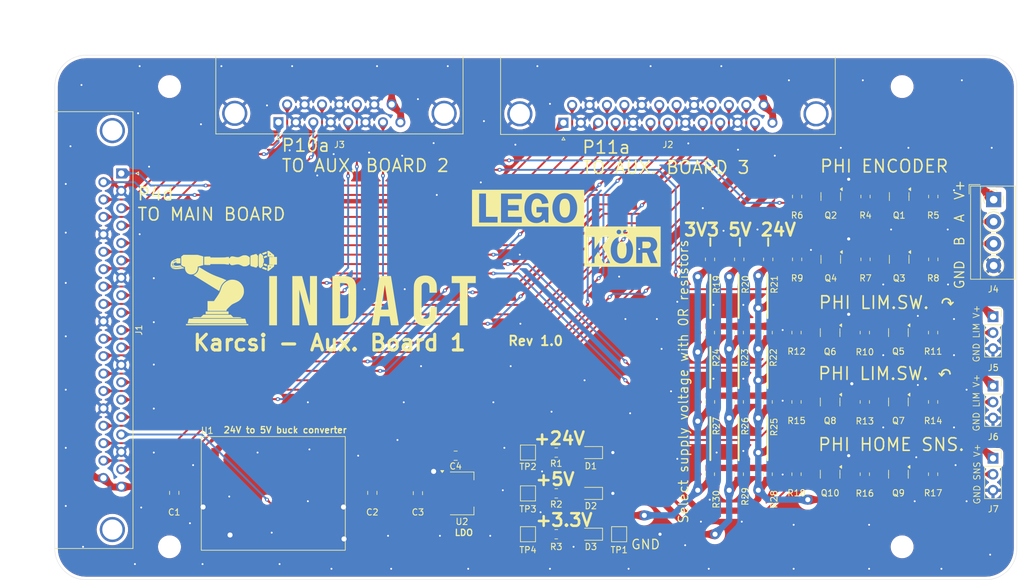
<source format=kicad_pcb>
(kicad_pcb (version 20240108) (generator "pcbnew") (generator_version "8.0")
  (title_block (title "Karcsi (INDACT Robot Arm) - Aux. Control Board 1") (date "2024-03-30") (rev "1.0") (company "LEGO Kör (legokor.hu)") (comment 1 "Designed by Panka Horváth, Gergely Halász, Máté Kovács") (comment 2 "Reviewed by Máté Kovács, "))
  (layers (0 "F.Cu" signal) (31 "B.Cu" signal) (34 "B.Paste" user) (35 "F.Paste" user) (36 "B.SilkS" user "B.Silkscreen") (37 "F.SilkS" user "F.Silkscreen") (38 "B.Mask" user) (39 "F.Mask" user) (44 "Edge.Cuts" user))
  (net 0 "")
  (net 1 "+24V")
  (net 2 "GND")
  (net 3 "+5V")
  (net 4 "+3V3")
  (net 5 "/LED24_A")
  (net 6 "/LED5_A")
  (net 7 "/LED33_A")
  (net 8 "/BET_LIM_2")
  (net 9 "/BET_ENC_B")
  (net 10 "/TH_LIM_CLW")
  (net 11 "/TH_ENC_A")
  (net 12 "/PHI_ENC_A")
  (net 13 "/Z_ENC_A")
  (net 15 "/BET_LIM_1")
  (net 16 "/R_HOME")
  (net 17 "/TH_ENC_B")
  (net 19 "/Z_HOME")
  (net 20 "/BET_ENC_A")
  (net 21 "/Z_LIM_DN")
  (net 22 "/Z_LIM_UP")
  (net 23 "/R_LIM_MAX")
  (net 24 "/R_LIM_MIN")
  (net 25 "/ALF_LIM_2")
  (net 26 "/PHI_ENC_B")
  (net 27 "/ALF_ENC_B")
  (net 28 "/Z_ENC_B")
  (net 29 "/PHI_HOME")
  (net 30 "/ALF_ENC_A")
  (net 31 "/R_ENC_B")
  (net 32 "/PHI_LIM_CCW")
  (net 33 "/TH_LIM_CCW")
  (net 34 "/PHI_LIM_CLW")
  (net 35 "/TH_HOME")
  (net 36 "/ALF_LIM_1")
  (net 37 "/R_ENC_A")
  (net 38 "/PHI_ENC_A_IN")
  (net 39 "/PHI_ENC_B_IN")
  (net 40 "/PHI_ENC_PWR")
  (net 41 "/PHI_LIM_CLW_IN")
  (net 42 "/PHI_LIM_CLW_PWR")
  (net 43 "/PHI_LIM_CCW_IN")
  (net 44 "/PHI_LIM_CCW_PWR")
  (net 45 "/PHI_HOME_IN")
  (net 46 "/PHI_HOME_PWR")
  (net 47 "/PHI_ENC_A_PG")
  (net 48 "/PHI_ENC_A_NG")
  (net 49 "/PHI_ENC_B_NG")
  (net 50 "/PHI_ENC_B_PG")
  (net 51 "/PHI_LIM_CLW_NG")
  (net 52 "/PHI_LIM_CLW_PG")
  (net 53 "/PHI_LIM_CCW_PG")
  (net 54 "/PHI_LIM_CCW_NG")
  (net 55 "/PHI_HOME_NG")
  (net 56 "/PHI_HOME_PG")
  (footprint "Resistor_SMD:R_0805_2012Metric_Pad1.20x1.40mm_HandSolder" (layer "F.Cu") (at 150.203574 80.75 90)
    (property "Reference" "R21")
    (property "Value" "0R")
  )
  (footprint "Resistor_SMD:R_0805_2012Metric_Pad1.20x1.40mm_HandSolder" (layer "F.Cu") (at 154.707143 103.445 90)
    (property "Reference" "R15")
    (property "Value" "560R")
  )
  (footprint "Package_TO_SOT_SMD:SOT-23" (layer "F.Cu") (at 171.028572 80.75 -90)
    (property "Reference" "Q3")
    (property "Value" "BSS138")
  )
  (footprint "Capacitor_SMD:C_0805_2012Metric_Pad1.18x1.45mm_HandSolder" (layer "F.Cu") (at 55.75 117.915 -90)
    (property "Reference" "C1")
    (property "Value" "33u")
  )
  (footprint "Resistor_SMD:R_0805_2012Metric_Pad1.20x1.40mm_HandSolder" (layer "F.Cu") (at 140.953575 80.75 90)
    (property "Reference" "R19")
    (property "Value" "0R")
  )
  (footprint "Resistor_SMD:R_0805_2012Metric_Pad1.20x1.40mm_HandSolder" (layer "F.Cu") (at 140.928575 92.405 90)
    (property "Reference" "R24")
    (property "Value" "0R")
  )
  (footprint "Connector_Dsub:DSUB-37_Male_Horizontal_P2.77x2.84mm_EdgePinOffset7.70mm_Housed_MountingHolesOffset9.12mm" (layer "F.Cu") (at 47.330331 67.075 -90)
    (property "Reference" "J1")
    (property "Value" "P03d")
  )
  (footprint "Connector_PinSocket_2.54mm:PinSocket_1x03_P2.54mm_Vertical" (layer "F.Cu") (at 185.953575 89.88)
    (property "Reference" "J5")
    (property "Value" "PHI_LIM_CLW")
  )
  (footprint "Resistor_SMD:R_0805_2012Metric_Pad1.20x1.40mm_HandSolder" (layer "F.Cu") (at 165.567856 103.445 90)
    (property "Reference" "R13")
    (property "Value" "560R")
  )
  (footprint "Connector_PinSocket_2.54mm:PinSocket_1x03_P2.54mm_Vertical" (layer "F.Cu") (at 185.953575 112.42)
    (property "Reference" "J7")
    (property "Value" "PHI_HOME")
  )
  (footprint "Resistor_SMD:R_0805_2012Metric_Pad1.20x1.40mm_HandSolder" (layer "F.Cu") (at 145.521431 92.405 90)
    (property "Reference" "R23")
    (property "Value" "0R")
  )
  (footprint "Resistor_SMD:R_0805_2012Metric_Pad1.20x1.40mm_HandSolder" (layer "F.Cu") (at 176.428575 103.445 -90)
    (property "Reference" "R14")
    (property "Value" "4k7")
  )
  (footprint "TestPoint:TestPoint_Pad_2.0x2.0mm" (layer "F.Cu") (at 112 124.5)
    (property "Reference" "TP4")
    (property "Value" "3V3")
  )
  (footprint "power_modules:DSN-1504-3A" (layer "F.Cu") (at 71.5 118)
    (property "Reference" "U1")
    (property "Value" "~")
  )
  (footprint "Package_TO_SOT_SMD:SOT-23" (layer "F.Cu") (at 160.153573 80.75 -90)
    (property "Reference" "Q4")
    (property "Value" "BSS84")
  )
  (footprint "LEGOkor:INDACTlogo" (layer "F.Cu") (at 79.9 85.7)
    (property "Reference" "REF**" (hide yes))
    (property "Value" "INDACTlogo")
  )
  (footprint "Resistor_SMD:R_0805_2012Metric_Pad1.20x1.40mm_HandSolder" (layer "F.Cu") (at 154.803573 80.75 90)
    (property "Reference" "R9")
    (property "Value" "560R")
  )
  (footprint "Resistor_SMD:R_0805_2012Metric_Pad1.20x1.40mm_HandSolder" (layer "F.Cu") (at 154.707143 114.945 90)
    (property "Reference" "R18")
    (property "Value" "560R")
  )
  (footprint "LEGOkor:LEGOkorLogo" (layer "F.Cu") (at 117.6 77.3)
    (property "Reference" "REF**" (hide yes))
    (property "Value" "LEGOkorLogo")
  )
  (footprint "TestPoint:TestPoint_Pad_2.0x2.0mm" (layer "F.Cu") (at 112 111.5)
    (property "Reference" "TP2")
    (property "Value" "24V")
  )
  (footprint "Connector_Dsub:DSUB-25_Female_Horizontal_P2.77x2.84mm_EdgePinOffset7.70mm_Housed_MountingHolesOffset9.12mm" (layer "F.Cu") (at 117.64 59.010332 180)
    (property "Reference" "J2")
    (property "Value" "P11a")
  )
  (footprint "Resistor_SMD:R_0805_2012Metric_Pad1.20x1.40mm_HandSolder" (layer "F.Cu") (at 150.114287 103.445 90)
    (property "Reference" "R25")
    (property "Value" "0R")
  )
  (footprint "LED_SMD:LED_0805_2012Metric_Pad1.15x1.40mm_HandSolder" (layer "F.Cu") (at 122 111.5 180)
    (property "Reference" "D1")
    (property "Value" "LED_G")
  )
  (footprint "Resistor_SMD:R_0805_2012Metric_Pad1.20x1.40mm_HandSolder" (layer "F.Cu") (at 154.707143 92.405 90)
    (property "Reference" "R12")
    (property "Value" "560R")
  )
  (footprint "Package_TO_SOT_SMD:SOT-23" (layer "F.Cu") (at 171.028572 70.75 -90)
    (property "Reference" "Q1")
    (property "Value" "BSS138")
  )
  (footprint "Resistor_SMD:R_0805_2012Metric_Pad1.20x1.40mm_HandSolder" (layer "F.Cu") (at 116.5 111.5)
    (property "Reference" "R1")
    (property "Value" "2k2")
  )
  (footprint "Resistor_SMD:R_0805_2012Metric_Pad1.20x1.40mm_HandSolder" (layer "F.Cu") (at 145.521431 103.445 90)
    (property "Reference" "R26")
    (property "Value" "0R")
  )
  (footprint "Resistor_SMD:R_0805_2012Metric_Pad1.20x1.40mm_HandSolder" (layer "F.Cu") (at 165.567856 92.405 90)
    (property "Reference" "R10")
    (property "Value" "560R")
  )
  (footprint "LED_SMD:LED_0805_2012Metric_Pad1.15x1.40mm_HandSolder" (layer "F.Cu") (at 122 124.5 180)
    (property "Reference" "D3")
    (property "Value" "LED_G")
  )
  (footprint "Capacitor_SMD:C_0805_2012Metric_Pad1.18x1.45mm_HandSolder" (layer "F.Cu") (at 100.5 112 180)
    (property "Reference" "C4")
    (property "Value" "33u")
  )
  (footprint "Capacitor_SMD:C_0805_2012Metric_Pad1.18x1.45mm_HandSolder" (layer "F.Cu") (at 87.25 117.915 -90)
    (property "Reference" "C2")
    (property "Value" "33u")
  )
  (footprint "Capacitor_SMD:C_0805_2012Metric_Pad1.18x1.45mm_HandSolder" (layer "F.Cu") (at 94.5 117.9625 90)
    (property "Reference" "C3")
    (property "Value" "33u")
  )
  (footprint "TestPoint:TestPoint_Pad_2.0x2.0mm" (layer "F.Cu") (at 112 118)
    (property "Reference" "TP3")
    (property "Value" "5V")
  )
  (footprint "MountingHole:MountingHole_3mm" (layer "F.Cu") (at 171.5 126.5)
    (property "Reference" "MH4" (hide yes))
    (property "Value" "MountingHole_3mm")
  )
  (footprint "Package_TO_SOT_SMD:SOT-23" (layer "F.Cu") (at 170.910713 92.405 -90)
    (property "Reference" "Q5")
    (property "Value" "BSS138")
  )
  (footprint "Resistor_SMD:R_0805_2012Metric_Pad1.20x1.40mm_HandSolder" (layer "F.Cu") (at 165.567856 114.945 90)
    (property "Reference" "R16")
    (property "Value" "560R")
  )
  (footprint "Resistor_SMD:R_0805_2012Metric_Pad1.20x1.40mm_HandSolder" (layer "F.Cu") (at 145.603575 80.75 90)
    (property "Reference" "R20")
    (property "Value" "0R")
  )
  (footprint "Resistor_SMD:R_0805_2012Metric_Pad1.20x1.40mm_HandSolder" (layer "F.Cu") (at 140.953575 103.445 90)
    (property "Reference" "R27")
    (property "Value" "0R")
  )
  (footprint "TerminalBlock_4Ucon:TerminalBlock_4Ucon_1x04_P3.50mm_Horizontal" (layer "F.Cu") (at 186.053575 71.25 -90)
    (property "Reference" "J4")
    (property "Value" "PHI_ENC")
  )
  (footprint "Resistor_SMD:R_0805_2012Metric_Pad1.20x1.40mm_HandSolder" (layer "F.Cu") (at 176.453575 80.75 -90)
    (property "Reference" "R8")
    (property "Value" "4k7")
  )
  (footprint "Package_TO_SOT_SMD:SOT-23" (layer "F.Cu") (at 160.05 92.405 -90)
    (property "Reference" "Q6")
    (property "Value" "BSS84")
  )
  (footprint "Resistor_SMD:R_0805_2012Metric_Pad1.20x1.40mm_HandSolder" (layer "F.Cu") (at 176.453575 70.75 -90)
    (property "Reference" "R5")
    (property "Value" "4k7")
  )
  (footprint "Resistor_SMD:R_0805_2012Metric_Pad1.20x1.40mm_HandSolder" (layer "F.Cu") (at 176.428575 114.945 -90)
    (property "Reference" "R17")
    (property "Value" "4k7")
  )
  (footprint "Resistor_SMD:R_0805_2012Metric_Pad1.20x1.40mm_HandSolder" (layer "F.Cu") (at 154.803573 70.75 90)
    (property "Reference" "R6")
    (property "Value" "560R")
  )
  (footprint "Package_TO_SOT_SMD:SOT-223-3_TabPin2" (layer "F.Cu") (at 101.5 118)
    (property "Reference" "U2")
    (property "Value" "AMS1117-3.3")
  )
  (footprint "Package_TO_SOT_SMD:SOT-23" (layer "F.Cu") (at 160.153573 70.75 -90)
    (property "Reference" "Q2")
    (property "Value" "BSS84")
  )
  (footprint "MountingHole:MountingHole_3mm" (layer "F.Cu") (at 55 53.25)
    (property "Reference" "MH1" (hide yes))
    (property "Value" "MountingHole_3mm")
  )
  (footprint "Resistor_SMD:R_0805_2012Metric_Pad1.20x1.40mm_HandSolder" (layer "F.Cu") (at 116.5 124.5)
    (property "Reference" "R3")
    (property "Value" "150R")
  )
  (footprint "MountingHole:MountingHole_3mm" (layer "F.Cu") (at 55 126.5)
    (property "Reference" "MH3" (hide yes))
    (property "Value" "MountingHole_3mm")
  )
  (footprint "Package_TO_SOT_SMD:SOT-23" (layer "F.Cu") (at 160.05 114.945 -90)
    (property "Reference" "Q10")
    (property "Value" "BSS84")
  )
  (footprint "Resistor_SMD:R_0805_2012Metric_Pad1.20x1.40mm_HandSolder" (layer "F.Cu") (at 150.114287 114.945 90)
    (property "Reference" "R28")
    (property "Value" "0R")
  )
  (footprint "TestPoint:TestPoint_Pad_2.0x2.0mm" (layer "F.Cu") (at 126.5 124.5)
    (property "Reference" "TP1")
    (property "Value" "GND")
  )
  (footprint "Resistor_SMD:R_0805_2012Metric_Pad1.20x1.40mm_HandSolder" (layer "F.Cu") (at 165.678572 70.75 90)
    (property "Reference" "R4")
    (property "Value" "560R")
  )
  (footprint "Resistor_SMD:R_0805_2012Metric_Pad1.20x1.40mm_HandSolder" (layer "F.Cu") (at 165.678572 80.75 90)
    (property "Reference" "R7")
    (property "Value" "560R")
  )
  (footprint "Resistor_SMD:R_0805_2012Metric_Pad1.20x1.40mm_HandSolder" (layer "F.Cu") (at 116.5 118)
    (property "Reference" "R2")
    (property "Value" "330R")
  )
  (footprint "MountingHole:MountingHole_3mm" (layer "F.Cu") (at 171.5 53.25)
    (property "Reference" "MH2" (hide yes))
    (property "Value" "MountingHole_3mm")
  )
  (footprint "Resistor_SMD:R_0805_2012Metric_Pad1.20x1.40mm_HandSolder" (layer "F.Cu") (at 145.521431 114.945 90)
    (property "Reference" "R29")
    (property "Value" "0R")
  )
  (footprint "Resistor_SMD:R_0805_2012Metric_Pad1.20x1.40mm_HandSolder" (layer "F.Cu") (at 176.428575 92.405 -90)
    (property "Reference" "R11")
    (property "Value" "4k7")
  )
  (footprint "Resistor_SMD:R_0805_2012Metric_Pad1.20x1.40mm_HandSolder" (layer "F.Cu") (at 140.928575 114.945 90)
    (property "Reference" "R30")
    (property "Value" "0R")
  )
  (footprint "Package_TO_SOT_SMD:SOT-23" (layer "F.Cu") (at 170.910713 114.945 -90)
    (property "Reference" "Q9")
    (property "Value" "BSS138")
  )
  (footprint "Connector_PinSocket_2.54mm:PinSocket_1x03_P2.54mm_Vertical" (layer "F.Cu") (at 185.953575 100.92)
    (property "Reference" "J6")
    (property "Value" "PHI_LIM_CCW")
  )
  (footprint "Connector_Dsub:DSUB-15_Female_Horizontal_P2.77x2.84mm_EdgePinOffset7.70mm_Housed_MountingHolesOffset9.12mm" (layer "F.Cu") (at 72.325 58.930331 180)
    (property "Reference" "J3")
    (property "Value" "P10a")
  )
  (footprint "Package_TO_SOT_SMD:SOT-23" (layer "F.Cu") (at 170.910713 103.445 -90)
    (property "Reference" "Q7")
    (property "Value" "BSS138")
  )
  (footprint "Package_TO_SOT_SMD:SOT-23" (layer "F.Cu") (at 160.05 103.445 -90)
    (property "Reference" "Q8")
    (property "Value" "BSS84")
  )
  (footprint "LED_SMD:LED_0805_2012Metric_Pad1.15x1.40mm_HandSolder" (layer "F.Cu") (at 122 118 180)
    (property "Reference" "D2")
    (property "Value" "LED_G")
  )
  (footprint "Resistor_SMD:R_0805_2012Metric_Pad1.20x1.40mm_HandSolder" (layer "F.Cu") (at 150.114287 92.405 90)
    (property "Reference" "R22")
    (property "Value" "0R")
  )
  (gr_line (start 141 83.2) (end 141 90.1) (stroke (width 0.3)) (layer "F.SilkS"))
  (gr_line (start 145.5 105.875) (end 145.5 112.725) (stroke (width 0.3)) (layer "F.SilkS"))
  (gr_line (start 145.5 94.75) (end 145.5 101.25) (stroke (width 0.3)) (layer "F.SilkS"))
  (gr_line (start 141 105.85) (end 141 112.7) (stroke (width 0.3)) (layer "F.SilkS"))
  (gr_line (start 145.7 77.4) (end 145.7 78.6) (stroke (width 0.3)) (layer "F.SilkS"))
  (gr_line (start 150.1 83.2) (end 150.1 90.1) (stroke (width 0.3)) (layer "F.SilkS"))
  (gr_line (start 141 94.7) (end 141 101.2) (stroke (width 0.3)) (layer "F.SilkS"))
  (gr_line (start 141 77.4) (end 141 78.6) (stroke (width 0.3)) (layer "F.SilkS"))
  (gr_line (start 150.2 77.4) (end 150.2 78.6) (stroke (width 0.3)) (layer "F.SilkS"))
  (gr_line (start 145.5 83.2) (end 145.5 90.1) (stroke (width 0.3)) (layer "F.SilkS"))
  (gr_line (start 150.1 105.875) (end 150.1 112.725) (stroke (width 0.3)) (layer "F.SilkS"))
  (gr_line (start 150.1 94.75) (end 150.1 101.25) (stroke (width 0.3)) (layer "F.SilkS"))
  (gr_line (start 41.75 48.25) (end 184.75 48.25) (stroke (width 0.05)) (layer "Edge.Cuts"))
  (gr_line (start 41.75 131.75) (end 184.75 131.75) (stroke (width 0.05)) (layer "Edge.Cuts"))
  (gr_arc (start 184.75 48.25) (mid 188.285534 49.714466) (end 189.75 53.25) (stroke (width 0.05)) (layer "Edge.Cuts"))
  (gr_line (start 36.75 53.25) (end 36.75 126.75) (stroke (width 0.05)) (layer "Edge.Cuts"))
  (gr_arc (start 189.75 126.75) (mid 188.285534 130.285534) (end 184.75 131.75) (stroke (width 0.05)) (layer "Edge.Cuts"))
  (gr_line (start 189.75 53.25) (end 189.75 126.75) (stroke (width 0.05)) (layer "Edge.Cuts"))
  (gr_arc (start 36.75 53.25) (mid 38.214466 49.714466) (end 41.75 48.25) (stroke (width 0.05)) (layer "Edge.Cuts"))
  (gr_arc (start 41.75 131.75) (mid 38.214466 130.285534) (end 36.75 126.75) (stroke (width 0.05)) (layer "Edge.Cuts"))
  (gr_text "P10a\nTO AUX. BOARD 2" (at 72.7 67 0) (layer "F.SilkS") (effects (font (size 2 2) (thickness 0.25)) (justify left bottom)))
  (gr_text "+3.3V" (at 113 122.25 0) (layer "F.SilkS") (effects (font (size 2 2) (thickness 0.4) (bold yes)) (justify left)))
  (gr_text "Select supply voltage with 0R resistors" (at 137.6 122.9 90) (layer "F.SilkS") (effects (font (size 1.5 1.5) (thickness 0.1875)) (justify left bottom)))
  (gr_text "GND LIM V+" (at 183.9 108.2 90) (layer "F.SilkS") (effects (font (size 1 1) (thickness 0.125)) (justify left bottom)))
  (gr_text "Karcsi - Aux. Board 1" (at 58.5 95.5 0) (layer "F.SilkS") (effects (font (size 2.5 2.5) (thickness 0.5) (bold yes)) (justify left bottom)))
  (gr_text "PHI LIM.SW. ↶" (at 158 100.1 0) (layer "F.SilkS") (effects (font (size 2 2) (thickness 0.25)) (justify left bottom)))
  (gr_text "P4d\nTO MAIN BOARD" (at 49.75 74.75 0) (layer "F.SilkS") (effects (font (size 2 2) (thickness 0.25)) (justify left bottom)))
  (gr_text "GND LIM V+" (at 183.9 97.2 90) (layer "F.SilkS") (effects (font (size 1 1) (thickness 0.125)) (justify left bottom)))
  (gr_text "GND SNS V+" (at 184 119.8 90) (layer "F.SilkS") (effects (font (size 1 1) (thickness 0.125)) (justify left bottom)))
  (gr_text "PHI ENCODER" (at 158.3 67.1 0) (layer "F.SilkS") (effects (font (size 2 2) (thickness 0.25)) (justify left bottom)))
  (gr_text "Rev 1.0" (at 108.7 94.6 0) (layer "F.SilkS") (effects (font (size 1.5 1.5) (thickness 0.3) (bold yes)) (justify left bottom)))
  (gr_text "PHI LIM.SW. ↷" (at 158.1 88.8 0) (layer "F.SilkS") (effects (font (size 2 2) (thickness 0.25)) (justify left bottom)))
  (gr_text "3V3 5V 24V" (at 136.6 77.2 0) (layer "F.SilkS") (effects (font (size 2 2) (thickness 0.4) (bold yes)) (justify left bottom)))
  (gr_text "+5V" (at 113 115.75 0) (layer "F.SilkS") (effects (font (size 2 2) (thickness 0.4) (bold yes)) (justify left)))
  (gr_text "PHI HOME SNS." (at 158 111.4 0) (layer "F.SilkS") (effects (font (size 2 2) (thickness 0.25)) (justify left bottom)))
  (gr_text "P11a\nTO AUX. BOARD 3" (at 120.5 67.3 0) (layer "F.SilkS") (effects (font (size 2 2) (thickness 0.25)) (justify left bottom)))
  (gr_text "24V to 5V buck converter" (at 63.5 108.5 0) (layer "F.SilkS") (effects (font (size 1 1) (thickness 0.2) (bold yes)) (justify left bottom)))
  (gr_text "GND  B  A  V+" (at 181.5 85.6 90) (layer "F.SilkS") (effects (font (size 1.5 1.5) (thickness 0.1875)) (justify left bottom)))
  (gr_text "+24V" (at 112.75 109.25 0) (layer "F.SilkS") (effects (font (size 2 2) (thickness 0.4) (bold yes)) (justify left)))
  (gr_text "GND" (at 128.3 127 0) (layer "F.SilkS") (effects (font (size 1.5 1.5) (thickness 0.1875)) (justify left bottom)))
  (gr_text "LDO" (at 100.25 124.25 0) (layer "F.SilkS") (effects (font (size 1 1) (thickness 0.2) (bold yes)) (justify left)))
  (segment (start 62.125 52.5) (end 90 52.5) (width 1) (layer "F.Cu") (net 1))
  (segment (start 55.6925 116.935) (end 55.75 116.8775) (width 1) (layer "F.Cu") (net 1))
  (segment (start 160.05 118.95) (end 160 119) (width 1) (layer "F.Cu") (net 1))
  (segment (start 59.2875 116.8775) (end 62.25 113.915) (width 1) (layer "F.Cu") (net 1))
  (segment (start 161 74) (end 163.428572 74) (width 1) (layer "F.Cu") (net 1))
  (segment (start 160 84) (end 163.428572 84) (width 1) (layer "F.Cu") (net 1))
  (segment (start 44.490331 115.55) (end 43.358961 115.55) (width 1) (layer "F.Cu") (net 1))
  (segment (start 146.956038 52.5) (end 149.495 55.038962) (width 1) (layer "F.Cu") (net 1))
  (segment (start 148.625 118.875) (end 146.75 120.75) (width 1) (layer "F.Cu") (net 1))
  (segment (start 112 111.5) (end 115.5 111.5) (width 1) (layer "F.Cu") (net 1))
  (segment (start 150.114287 116.010713) (end 148.625 117.5) (width 1) (layer "F.Cu") (net 1))
  (segment (start 150.203574 81.75) (end 150.2 81.75) (width 1) (layer "F.Cu") (net 1))
  (segment (start 160.153573 83.846427) (end 160 84) (width 1) (layer "F.Cu") (net 1))
  (segment (start 163.428572 84) (end 165.678572 81.75) (width 1) (layer "F.Cu") (net 1))
  (segment (start 115.5 110.501042) (end 115.5 111.5) (width 1) (layer "F.Cu") (net 1))
  (segment (start 91.714999 57.47533) (end 91.714999 58.930331) (width 1) (layer "F.Cu") (net 1))
  (segment (start 62.25 111.375) (end 67.125 106.5) (width 1) (layer "F.Cu") (net 1))
  (segment (start 160.05 95.95) (end 160 96) (width 1) (layer "F.Cu") (net 1))
  (segment (start 151.202532 81.75) (end 152.453575 80.498957) (width 1) (layer "F.Cu") (net 1))
  (segment (start 149.495 56.170332) (end 150.879999 57.555331) (width 1) (layer "F.Cu") (net 1))
  (segment (start 90.33 52.83) (end 90 52.5) (width 1) (layer "F.Cu") (net 1))
  (segment (start 50.625 64) (end 62.125 52.5) (width 1) (layer "F.Cu") (net 1))
  (segment (start 163.012856 107) (end 165.567856 104.445) (width 1) (layer "F.Cu") (net 1))
  (segment (start 148.625 88.5) (end 149.5 88.5) (width 1) (layer "F.Cu") (net 1))
  (segment (start 148.625 111.5) (end 149.5 111.5) (width 1) (layer "F.Cu") (net 1))
  (segment (start 150.114287 104.445) (end 150.114287 104.510713) (width 1) (layer "F.Cu") (net 1))
  (segment (start 117.501042 108.5) (end 115.5 110.501042) (width 1) (layer "F.Cu") (net 1))
  (segment (start 139.175 120.75) (end 126.925 108.5) (width 1) (layer "F.Cu") (net 1))
  (segment (start 149.495 55.038962) (end 149.495 56.170332) (width 1) (layer "F.Cu") (net 1))
  (segment (start 126.925 108.5) (end 117.501042 108.5) (width 1) (layer "F.Cu") (net 1))
  (segment (start 160.05 115.882501) (end 160.05 118.95) (width 1) (layer "F.Cu") (net 1))
  (segment (start 150.114287 93.405) (end 150.114287 93.510713) (width 1) (layer "F.Cu") (net 1))
  (segment (start 149.5 88.5) (end 154 84) (width 1) (layer "F.Cu") (net 1))
  (segment (start 152.453575 78) (end 156.453575 74) (width 1) (layer "F.Cu") (net 1))
  (segment (start 150.114287 115.945) (end 150.114287 116.010713) (width 1) (layer "F.Cu") (net 1))
  (segment (start 107 106.5) (end 112 111.5) (width 1) (layer "F.Cu") (net 1))
  (segment (start 149.5 111.5) (end 154 107) (width 1) (layer "F.Cu") (net 1))
  (segment (start 160.05 104.382501) (end 160.05 106.95) (width 1) (layer "F.Cu") (net 1))
  (segment (start 44.5 64) (end 50.625 64) (width 1) (layer "F.Cu") (net 1))
  (segment (start 150.2 81.75) (end 148.625 83.325) (width 1) (layer "F.Cu") (net 1))
  (segment (start 160.153573 73.846427) (end 160 74) (width 1) (layer "F.Cu") (net 1))
  (segment (start 62.25 113.915) (end 62.25 111.375) (width 1) (layer "F.Cu") (net 1))
  (segment (start 90.33 56.090331) (end 90.33 52.83) (width 1) (layer "F.Cu") (net 1))
  (segment (start 148.625 117.5) (end 148.625 118.875) (width 1) (layer "F.Cu") (net 1))
  (segment (start 160.153573 81.687501) (end 160.153573 83.846427) (width 1) (layer "F.Cu") (net 1))
  (segment (start 150.114287 93.510713) (end 148.625 95) (width 1) (layer "F.Cu") (net 1))
  (segment (start 152.453575 80.498957) (end 152.453575 78) (width 1) (layer "F.Cu") (net 1))
  (segment (start 90.33 56.090331) (end 91.714999 57.47533) (width 1) (layer "F.Cu") (net 1))
  (segment (start 146.75 120.75) (end 139.175 120.75) (width 1) (layer "F.Cu") (net 1))
  (segment (start 44.490331 115.55) (end 45.875331 116.935) (width 1) (layer "F.Cu") (net 1))
  (segment (start 47.330331 116.935) (end 55.6925 116.935) (width 1) (layer "F.Cu") (net 1))
  (segment (start 43.358961 115.55) (end 41 113.191039) (width 1) (layer "F.Cu") (net 1))
  (segment (start 90 52.5) (end 146.956038 52.5) (width 1) (layer "F.Cu") (net 1))
  (segment (start 150.203574 81.75) (end 151.202532 81.75) (width 1) (layer "F.Cu") (net 1))
  (segment (start 67.125 106.5) (end 107 106.5) (width 1) (layer "F.Cu") (net 1))
  (segment (start 41 113.191039) (end 41 67.5) (width 1) (layer "F.Cu") (net 1))
  (segment (start 160.05 106.95) (end 160 107) (width 1) (layer "F.Cu") (net 1))
  (segment (start 150.114287 104.510713) (end 148.625 106) (width 1) (layer "F.Cu") (net 1))
  (segment (start 45.875331 116.935) (end 47.330331 116.935) (width 1) (layer "F.Cu") (net 1))
  (segment (start 148.625 100) (end 149.5 100) (width 1) (layer "F.Cu") (net 1))
  (segment (start 156.453575 74) (end 160 74) (width 1) (layer "F.Cu") (net 1))
  (segment (start 154 107) (end 160 107) (width 1) (layer "F.Cu") (net 1))
  (segment (start 156.5 119) (end 160 119) (width 1) (layer "F.Cu") (net 1))
  (segment (start 160 119) (end 162.512856 119) (width 1) (layer "F.Cu") (net 1))
  (segment (start 160.966072 73.966072) (end 161 74) (width 1) (layer "F.Cu") (net 1))
  (segment (start 150.879999 57.555331) (end 150.879999 59.010332) (width 1) (layer "F.Cu") (net 1))
  (segment (start 160.153573 71.687501) (end 160.153573 73.846427) (width 1) (layer "F.Cu") (net 1))
  (segment (start 160 96) (end 162.972856 96) (width 1) (layer "F.Cu") (net 1))
  (segment (start 160 107) (end 163.012856 107) (width 1) (layer "F.Cu") (net 1))
  (segment (start 160.05 93.342501) (end 160.05 95.95) (width 1) (layer "F.Cu") (net 1))
  (segment (start 153.5 96) (end 160 96) (width 1) (layer "F.Cu") (net 1))
  (segment (start 154 84) (end 160 84) (width 1) (layer "F.Cu") (net 1))
  (segment (start 41 67.5) (end 44.5 64) (width 1) (layer "F.Cu") (net 1))
  (segment (start 160 74) (end 161 74) (width 1) (layer "F.Cu") (net 1))
  (segment (start 163.428572 74) (end 165.678572 71.75) (width 1) (layer "F.Cu") (net 1))
  (segment (start 149.5 100) (end 153.5 96) (width 1) (layer "F.Cu") (net 1))
  (segment (start 55.75 116.8775) (end 59.2875 116.8775) (width 1) (layer "F.Cu") (net 1))
  (segment (start 162.972856 96) (end 165.567856 93.405) (width 1) (layer "F.Cu") (net 1))
  (segment (start 162.512856 119) (end 165.567856 115.945) (width 1) (layer "F.Cu") (net 1))
  (via (at 148.625 100) (size 1.6) (drill 0.8) (layers "F.Cu" "B.Cu") (net 1))
  (via (at 148.625 106) (size 1.6) (drill 0.8) (layers "F.Cu" "B.Cu") (net 1))
  (via (at 148.625 117.5) (size 1.6) (drill 0.8) (layers "F.Cu" "B.Cu") (net 1))
  (via (at 148.625 83.325) (size 1.6) (drill 0.8) (layers "F.Cu" "B.Cu") (net 1))
  (via (at 148.625 95) (size 1.6) (drill 0.8) (layers "F.Cu" "B.Cu") (net 1))
  (via (at 156.5 119) (size 1.6) (drill 0.8) (layers "F.Cu" "B.Cu") (net 1))
  (via (at 148.625 88.5) (size 1.6) (drill 0.8) (layers "F.Cu" "B.Cu") (net 1))
  (via (at 148.625 111.5) (size 1.6) (drill 0.8) (layers "F.Cu" "B.Cu") (net 1))
  (segment (start 150.125 119) (end 148.625 117.5) (width 1) (layer "B.Cu") (net 1))
  (segment (start 148.625 83.325) (end 148.625 95) (width 1) (layer "B.Cu") (net 1))
  (segment (start 148.625 106) (end 148.625 117.5) (width 1) (layer "B.Cu") (net 1))
  (segment (start 148.625 95) (end 148.625 106) (width 1) (layer "B.Cu") (net 1))
  (segment (start 156.5 119) (end 150.125 119) (width 1) (layer "B.Cu") (net 1))
  (segment (start 97 114.5) (end 99.4625 112.0375) (width 0.8) (layer "F.Cu") (net 2))
  (segment (start 169.960713 90.964107) (end 168.496606 89.5) (width 0.5) (layer "F.Cu") (net 2))
  (segment (start 169.960713 91.4675) (end 169.960713 90.964107) (width 0.5) (layer "F.Cu") (net 2))
  (segment (start 156.5 89.5) (end 163 89.5) (width 0.5) (layer "F.Cu") (net 2))
  (segment (start 126.5 124.5) (end 133 124.5) (width 0.5) (layer "F.Cu") (net 2))
  (segment (start 154.707143 113.945) (end 156.652143 112) (width 0.5) (layer "F.Cu") (net 2))
  (segment (start 170.078572 79.578572) (end 170.078572 79.8125) (width 0.5) (layer "F.Cu") (net 2))
  (segment (start 80.75 122.085) (end 80.75 124.625) (width 0.8) (layer "F.Cu") (net 2))
  (segment (start 168.476606 112) (end 169.960713 113.484107) (width 0.5) (layer "F.Cu") (net 2))
  (segment (start 98.35 115.7) (end 98.2 115.7) (width 0.8) (layer "F.Cu") (net 2))
  (segment (start 156.652143 112) (end 168.476606 112) (width 0.5) (layer "F.Cu") (net 2))
  (segment (start 123.024999 118) (end 125.5 118) (width 0.5) (layer "F.Cu") (net 2))
  (segment (start 62.25 122.085) (end 62.25 124.625) (width 0.8) (layer "F.Cu") (net 2))
  (segment (start 154.803573 79.75) (end 154.803573 79.696427) (width 0.5) (layer "F.Cu") (net 2))
  (segment (start 59.1175 118.9525) (end 60.3325 120.1675) (width 0.8) (layer "F.Cu") (net 2))
  (segment (start 123.024999 124.5) (end 126.5 124.5) (width 0.5) (layer "F.Cu") (net 2))
  (segment (start 154.707143 91.405) (end 154.707143 91.292857) (width 0.5) (layer "F.Cu") (net 2))
  (segment (start 98.2 115.7) (end 97 114.5) (width 0.8) (layer "F.Cu") (net 2))
  (segment (start 168.276607 100.55) (end 169.960713 102.234106) (width 0.5) (layer "F.Cu") (net 2))
  (segment (start 154.707143 91.292857) (end 156.5 89.5) (width 0.5) (layer "F.Cu") (net 2))
  (segment (start 81.5 125.25) (end 82.75 125.25) (width 0.8) (layer "F.Cu") (net 2))
  (segment (start 168 77.5) (end 170.078572 79.578572) (width 0.5) (layer "F.Cu") (net 2))
  (segment (start 87.25 118.9525) (end 83.8825 118.9525) (width 0.8) (layer "F.Cu") (net 2))
  (segment (start 80.75 124.625) (end 81.375 125.25) (width 0.8) (layer "F.Cu") (net 2))
  (segment (start 154.803573 79.696427) (end 157 77.5) (width 0.5) (layer "F.Cu") (net 2))
  (segment (start 94.5 116.925) (end 94.575 116.925) (width 0.5) (layer "F.Cu") (net 2))
  (segment (start 154.707143 102.445) (end 156.602143 100.55) (width 0.5) (layer "F.Cu") (net 2))
  (segment (start 156.602143 100.55) (end 168.276607 100.55) (width 0.5) (layer "F.Cu") (net 2))
  (segment (start 99.4625 112.0375) (end 99.4625 112) (width 0.5) (layer "F.Cu") (net 2))
  (segment (start 123.024999 111.5) (end 125.5 111.5) (width 0.5) (layer "F.Cu") (net 2))
  (segment (start 169.960713 113.484107) (end 169.960713 114.0075) (width 0.5) (layer "F.Cu") (net 2))
  (segment (start 81.375 125.25) (end 81.5 125.25) (width 0.8) (layer "F.Cu") (net 2))
  (segment (start 168.5 68) (end 170.078572 69.578572) (width 0.5) (layer "F.Cu") (net 2))
  (segment (start 154.803573 69.75) (end 154.803573 69.696427) (width 0.5) (layer "F.Cu") (net 2))
  (segment (start 157 77.5) (end 168 77.5) (width 0.5) (layer "F.Cu") (net 2))
  (segment (start 62.25 122.085) (end 60.3325 120.1675) (width 0.8) (layer "F.Cu") (net 2))
  (segment (start 82.6675 120.1675) (end 80.75 122.085) (width 0.8) (layer "F.Cu") (net 2))
  (segment (start 83.8825 118.9525) (end 82.6675 120.1675) (width 0.8) (layer "F.Cu") (net 2))
  (segment (start 168.496606 89.5) (end 163 89.5) (width 0.5) (layer "F.Cu") (net 2))
  (segment (start 156.5 68) (end 168.5 68) (width 0.5) (layer "F.Cu") (net 2))
  (segment (start 154.803573 69.696427) (end 156.5 68) (width 0.5) (layer "F.Cu") (net 2))
  (segment (start 55.75 118.9525) (end 59.1175 118.9525) (width 0.8) (layer "F.Cu") (net 2))
  (segment (start 169.960713 102.234106) (end 169.960713 102.5075) (width 0.5) (layer "F.Cu") (net 2))
  (segment (start 64.625 124.625) (end 62.25 124.625) (width 0.8) (layer "F.Cu") (net 2))
  (segment (start 170.078572 69.578572) (end 170.078572 69.8125) (width 0.5) (layer "F.Cu") (net 2))
  (segment (start 94.575 116.925) (end 97 114.5) (width 0.8) (layer "F.Cu") (net 2))
  (via (at 139.8 72.6) (size 0.6) (drill 0.3) (layers "F.Cu" "B.Cu") (net 2))
  (via (at 91.25 109.5) (size 0.6) (drill 0.3) (layers "F.Cu" "B.Cu") (net 2))
  (via (at 114 121) (size 0.6) (drill 0.3) (layers "F.Cu" "B.Cu") (net 2))
  (via (at 126.5 83.5) (size 0.6) (drill 0.3) (layers "F.Cu" "B.Cu") (net 2))
  (via (at 85 112) (size 0.6) (drill 0.3) (layers "F.Cu" "B.Cu") (net 2))
  (via (at 64.625 124.625) (size 1.6) (drill 0.8) (layers "F.Cu" "B.Cu") (net 2))
  (via (at 154.25 130) (size 0.6) (drill 0.3) (layers "F.Cu" "B.Cu") (net 2))
  (via (at 38.5 120) (size 0.6) (drill 0.3) (layers "F.Cu" "B.Cu") (net 2))
  (via (at 39.25 62.75) (size 0.6) (drill 0.3) (layers "F.Cu" "B.Cu") (net 2))
  (via (at 38.5 93) (size 0.6) (drill 0.3) (layers "F.Cu" "B.Cu") (net 2))
  (via (at 108.25 110.75) (size 0.6) (drill 0.3) (layers "F.Cu" "B.Cu") (net 2))
  (via (at 52.5 111.5) (size 0.6) (drill 0.3) (layers "F.Cu" "B.Cu") (net 2))
  (via (at 77 119.25) (size 0.6) (drill 0.3) (layers "F.Cu" "B.Cu") (net 2))
  (via (at 153.5 52.25) (size 0.6) (drill 0.3) (layers "F.Cu" "B.Cu") (net 2))
  (via (at 99.25 50) (size 0.6) (drill 0.3) (layers "F.Cu" "B.Cu") (net 2))
  (via (at 64.5 118.5) (size 0.6) (drill 0.3) (layers "F.Cu" "B.Cu") (net 2))
  (via (at 133.25 95) (size 0.6) (drill 0.3) (layers "F.Cu" "B.Cu") (net 2))
  (via (at 97 114.5) (size 1.6) (drill 0.8) (layers "F.Cu" "B.Cu") (net 2))
  (via (at 179.75 90.25) (size 0.6) (drill 0.3) (layers "F.Cu" "B.Cu") (net 2))
  (via (at 157 79.25) (size 0.6) (drill 0.3) (layers "F.Cu" "B.Cu") (net 2))
  (via (at 135.75 87.5) (size 0.6) (drill 0.3) (layers "F.Cu" "B.Cu") (net 2))
  (via (at 139.5 122.5) (size 0.6) (drill 0.3) (layers "F.Cu" "B.Cu") (net 2))
  (via (at 49.5 129.25) (size 0.6) (drill 0.3) (layers "F.Cu" "B.Cu") (net 2))
  (via (at 115.5 130) (size 0.6) (drill 0.3) (layers "F.Cu" "B.Cu") (net 2))
  (via (at 143.1 76.2) (size 0.6) (drill 0.3) (layers "F.Cu" "B.Cu") (net 2))
  (via (at 92.4 85.5) (size 0.6) (drill 0.3) (layers "F.Cu" "B.Cu") (net 2))
  (via (at 60.25 129.25) (size 0.6) (drill 0.3) (layers "F.Cu" "B.Cu") (net 2))
  (via (at 163 77.5) (size 1) (drill 0.5) (layers "F.Cu" "B.Cu") (net 2))
  (via (at 146.5 107.6) (size 0.6) (drill 0.3) (layers "F.Cu" "B.Cu") (net 2))
  (via (at 137 126.25) (size 0.6) (drill 0.3) (layers "F.Cu" "B.Cu") (net 2))
  (via (at 102.5 130) (size 0.6) (drill 0.3) (layers "F.Cu" "B.Cu") (net 2))
  (via (at 90.25 130) (size 0.6) (drill 0.3) (layers "F.Cu" "B.Cu") (net 2))
  (via (at 146 122.5) (size 0.6) (drill 0.3) (layers "F.Cu" "B.Cu") (net 2))
  (via (at 151.25 64.25) (size 0.6) (drill 0.3) (layers "F.Cu" "B.Cu") (net 2))
  (via (at 74.1 63.4) (size 0.6) (drill 0.3) (layers "F.Cu" "B.Cu") (net 2))
  (via (at 110 62.5) (size 0.6) (drill 0.3) (layers "F.Cu" "B.Cu") (net 2))
  (via (at 80.75 130) (size 0.6) (drill 0.3) (layers "F.Cu" "B.Cu") (net 2))
  (via (at 113.5 50) (size 0.6) (drill 0.3) (layers "F.Cu" "B.Cu") (net 2))
  (via (at 86 85.5) (size 0.6) (drill 0.3) (layers "F.Cu" "B.Cu") (net 2))
  (via (at 152.5 103.25) (size 0.6) (drill 0.3) (layers "F.Cu" "B.Cu") (net 2))
  (via (at 58.25 122.75) (size 0.6) (drill 0.3) (layers "F.Cu" "B.Cu") (net 2))
  (via (at 178.8 84.75) (size 0.6) (drill 0.3) (layers "F.Cu" "B.Cu") (net 2))
  (via (at 141.5 99.75) (size 0.6) (drill 0.3) (layers "F.Cu" "B.Cu") (net 2))
  (via (at 163 112) (size 1) (drill 0.5) (layers "F.Cu" "B.Cu") (net 2))
  (via (at 174 89.75) (size 0.6) (drill 0.3) (layers "F.Cu" "B.Cu") (net 2))
  (via (at 140.75 130) (size 0.6) (drill 0.3) (layers "F.Cu" "B.Cu") (net 2))
  (via (at 133 124.5) (size 1) (drill 0.5) (layers "F.Cu" "B.Cu") (net 2))
  (via (at 38.5 68.75) (size 0.6) (drill 0.3) (layers "F.Cu" "B.Cu") (net 2))
  (via (at 109.25 97.75) (size 0.6) (drill 0.3) (layers "F.Cu" "B.Cu") (net 2))
  (via (at 177.75 130) (size 0.6) (drill 0.3) (layers "F.Cu" "B.Cu") (net 2))
  (via (at 169.75 76) (size 0.6) (drill 0.3) (layers "F.Cu" "B.Cu") (net 2))
  (via (at 137.5 62.3) (size 0.6) (drill 0.3) (layers "F.Cu" "B.Cu") (net 2))
  (via (at 97.5 70.5) (size 0.6) (drill 0.3) (layers "F.Cu" "B.Cu") (net 2))
  (via (at 179.75 107.5) (size 0.6) (drill 0.3) (layers "F.Cu" "B.Cu") (net 2))
  (via (at 52.5 83.75) (size 0.6) (drill 0.3) (layers "F.Cu" "B.Cu") (net 2))
  (via (at 52.5 104.5) (size 0.6) (drill 0.3) (layers "F.Cu" "B.Cu") (net 2))
  (via (at 115.5 56) (size 0.6) (drill 0.3) (layers "F.Cu" "B.Cu") (net 2))
  (via (at 92 64.25) (size 0.6) (drill 0.3) (layers "F.Cu" "B.Cu") (net 2))
  (via (at 168.5 84.75) (size 0.6) (drill 0.3) (layers "F.Cu" "B.Cu") (net 2))
  (via (at 50.25 50) (size 0.6) (drill 0.3) (layers "F.Cu" "B.Cu") (net 2))
  (via (at 121 100) (size 0.6) (drill 0.3) (layers "F.Cu" "B.Cu") (net 2))
  (via (at 181.75 101.5) (size 0.6) (drill 0.3) (layers "F.Cu" "B.Cu") (net 2))
  (via (at 163 89.5) (size 1) (drill 0.5) (layers "F.Cu" "B.Cu") (net 2))
  (via (at 166.25 130) (size 0.6) (drill 0.3) (layers "F.Cu" "B.Cu") (net 2))
  (via (at 78.5 67.4) (size 0.6) (drill 0.3) (layers "F.Cu" "B.Cu") (net 2))
  (via (at 94.5 55.25) (size 0.6) (drill 0.3) (layers "F.Cu" "B.Cu") (net 2))
  (via (at 132.5 90.25) (size 0.6) (drill 0.3) (layers "F.Cu" "B.Cu") (net 2))
  (via (at 105 58.75) (size 0.6) (drill 0.3) (layers "F.Cu" "B.Cu") (net 2))
  (via (at 168.5 96) (size 0.6) (drill 0.3) (layers "F.Cu" "B.Cu") (net 2))
  (via (at 161.75 63) (size 0.6) (drill 0.3) (layers "F.Cu" "B.Cu") (net 2))
  (via (at 41 53) (size 0.6) (drill 0.3) (layers "F.Cu" "B.Cu") (net 2))
  (via (at 38.5 101.5) (size 0.6) (drill 0.3) (layers "F.Cu" "B.Cu") (net 2))
  (via (at 163.5 100.55) (size 1) (drill 0.5) (layers "F.Cu" "B.Cu") (net 2))
  (via (at 185.5 127.75) (size 0.6) (drill 0.3) (layers "F.Cu" "B.Cu") (net 2))
  (via (at 141.9 107.6) (size 0.6) (drill 0.3) (layers "F.Cu" "B.Cu") (net 2))
  (via (at 41.25 126.5) (size 0.6) (drill 0.3) (layers "F.Cu" "B.Cu") (net 2))
  (via (at 52.5 90.75) (size 0.6) (drill 0.3) (layers "F.Cu" "B.Cu") (net 2))
  (via (at 131.5 50) (size 0.6) (drill 0.3) (layers "F.Cu" "B.Cu") (net 2))
  (via (at 129.7 79.1) (size 0.6) (drill 0.3) (layers "F.Cu" "B.Cu") (net 2))
  (via (at 174 100.75) (size 0.6) (drill 0.3) (layers "F.Cu" "B.Cu") (net 2))
  (via (at 142 111.5) (size 0.6) (drill 0.3) (layers "F.Cu" "B.Cu") (net 2))
  (via (at 179.75 69.75) (size 0.6) (drill 0.3) (layers "F.Cu" "B.Cu") (net 2))
  (via (at 152.5 92) (size 0.6) (drill 0.3) (layers "F.Cu" "B.Cu") (net 2))
  (via (at 181 52.25) (size 0.6) (drill 0.3) (layers "F.Cu" "B.Cu") (net 2))
  (via (at 50 57.5) (size 0.6) (drill 0.3) (layers "F.Cu" "B.Cu") (net 2))
  (via (at 106 124.75) (size 0.6) (drill 0.3) (layers "F.Cu" "B.Cu") (net 2))
  (via (at 146.4 118.7) (size 0.6) (drill 0.3) (layers "F.Cu" "B.Cu") (net 2))
  (via (at 119.25 126.5) (size 0.6) (drill 0.3) (layers "F.Cu" "B.Cu") (net 2))
  (via (at 69 111.5) (size 0.6) (drill 0.3) (layers "F.Cu" "B.Cu") (net 2))
  (via (at 163 68) (size 1) (drill 0.5) (layers "F.Cu" "B.Cu") (net 2))
  (via (at 166.25 123) (size 0.6) (drill 0.3) (layers "F.Cu" "B.Cu") (net 2))
  (via (at 145.4 63.3) (size 0.6) (drill 0.3) (layers "F.Cu" "B.Cu") (net 2))
  (via (at 127.5 90.25) (size 0.6) (drill 0.3) (layers "F.Cu" "B.Cu") (net 2))
  (via (at 128.25 105.25) (size 0.6) (drill 0.3) (layers "F.Cu" "B.Cu") (net 2))
  (via (at 125.5 111.5) (size 1) (drill 0.5) (layers "F.Cu" "B.Cu") (net 2))
  (via (at 185.75 63) (size 0.6) (drill 0.3) (layers "F.Cu" "B.Cu") (net 2))
  (via (at 179.75 96) (size 0.6) (drill 0.3) (layers "F.Cu" "B.Cu") (net 2))
  (via (at 81.1 64) (size 0.6) (drill 0.3) (layers "F.Cu" "B.Cu") (net 2))
  (via (at 165.25 52.25) (size 0.6) (drill 0.3) (layers "F.Cu" "B.Cu") (net 2))
  (via (at 178.75 76) (size 0.6) (drill 0.3) (layers "F.Cu" "B.Cu") (net 2))
  (via (at 82.75 125.25) (size 1.6) (drill 0.8) (layers "F.Cu" "B.Cu") (net 2))
  (via (at 98 124.75) (size 0.6) (drill 0.3) (layers "F.Cu" "B.Cu") (net 2))
  (via (at 152.5 115) (size 0.6) (drill 0.3) (layers "F.Cu" "B.Cu") (net 2))
  (via (at 72.5 129.25) (size 0.6) (drill 0.3) (layers "F.Cu" "B.Cu") (net 2))
  (via (at 77 103.5) (size 0.6) (drill 0.3) (layers "F.Cu" "B.Cu") (net 2))
  (via (at 38.5 110.75) (size 0.6) (drill 0.3) (layers "F.Cu" "B.Cu") (net 2))
  (via (at 95 97.75) (size 0.6) (drill 0.3) (layers "F.Cu" "B.Cu") (net 2))
  (via (at 181.75 119.25) (size 0.6) (drill 0.3) (layers "F.Cu" "B.Cu") (net 2))
  (via (at 77.25 111) (size 0.6) (drill 0.3) (layers "F.Cu" "B.Cu") (net 2))
  (via (at 168.5 107.5) (size 0.6) (drill 0.3) (layers "F.Cu" "B.Cu") (net 2))
  (via (at 51.75 66) (size 0.6) (drill 0.3) (layers "F.Cu" "B.Cu") (net 2))
  (via (at 146.25 99.75) (size 0.6) (drill 0.3) (layers "F.Cu" "B.Cu") (net 2))
  (via (at 146.25 111.25) (size 0.6) (drill 0.3) (layers "F.Cu" "B.Cu") (net 2))
  (via (at 135.75 112.5) (size 0.6) (drill 0.3) (layers "F.Cu" "B.Cu") (net 2))
  (via (at 128 130) (size 0.6) (drill 0.3) (layers "F.Cu" "B.Cu") (net 2))
  (via (at 38.5 76.5) (size 0.6) (drill 0.3) (layers "F.Cu" "B.Cu") (net 2))
  (via (at 58.75 113.5) (size 0.6) (drill 0.3) (layers "F.Cu" "B.Cu") (net 2))
  (via (at 141.5 88) (size 0.6) (drill 0.3) (layers "F.Cu" "B.Cu") (net 2))
  (via (at 92.25 103.5) (size 0.6) (drill 0.3) (layers "F.Cu" "B.Cu") (net 2))
  (via (at 63.25 50) (size 0.6) (drill 0.3) (layers "F.Cu" "B.Cu") (net 2))
  (via (at 60 59.25) (size 0.6) (drill 0.3) (layers "F.Cu" "B.Cu") (net 2))
  (via (at 50.25 76.75) (size 0.6) (drill 0.3) (layers "F.Cu" "B.Cu") (net 2))
  (via (at 88 50) (size 0.6) (drill 0.3) (layers "F.Cu" "B.Cu") (net 2))
  (via (at 97 62.25) (size 0.6) (drill 0.3) (layers "F.Cu" "B.Cu") (net 2))
  (via (at 110.8 91) (size 0.6) (drill 0.3) (layers "F.Cu" "B.Cu") (net 2))
  (via (at 71.25 124.25) (size 0.6) (drill 0.3) (layers "F.Cu" "B.Cu") (net 2))
  (via (at 173.75 112.25) (size 0.6) (drill 0.3) (layers "F.Cu" "B.Cu") (net 2))
  (via (at 74.5 50) (size 0.6) (drill 0.3) (layers "F.Cu" "B.Cu") (net 2))
  (via (at 140.9 119) (size 0.6) (drill 0.3) (layers "F.Cu" "B.Cu") (net 2))
  (via (at 86.75 63.75) (size 0.6) (drill 0.3) (layers "F.Cu" "B.Cu") (net 2))
  (via (at 115.75 105) (size 0.6) (drill 0.3) (layers "F.Cu" "B.Cu") (net 2))
  (via (at 148.5 76) (size 0.6) (drill 0.3) (layers "F.Cu" "B.Cu") (net 2))
  (via (at 154.25 123) (size 0.6) (drill 0.3) (layers "F.Cu" "B.Cu") (net 2))
  (via (at 50.5 120.25) (size 0.6) (drill 0.3) (layers "F.Cu" "B.Cu") (net 2))
  (via (at 104.5 68.5) (size 0.6) (drill 0.3) (layers "F.Cu" "B.Cu") (net 2))
  (via (at 52.5 97.5) (size 0.6) (drill 0.3) (layers "F.Cu" "B.Cu") (net 2))
  (via (at 89.75 124.75) (size 0.6) (drill 0.3) (layers "F.Cu" "B.Cu") (net 2))
  (via (at 82.6675 120.1675) (size 1.6) (drill 0.8) (layers "F.Cu" "B.Cu") (net 2))
  (via (at 172.5 63) (size 0.6) (drill 0.3) (layers "F.Cu" "B.Cu") (net 2))
  (via (at 173.5 119.25) (size 0.6) (drill 0.3) (layers "F.Cu" "B.Cu") (net 2))
  (via (at 60.3325 120.1675) (size 1.6) (drill 0.8) (layers "F.Cu" "B.Cu") (net 2))
  (via (at 114.25 114.5) (size 0.6) (drill 0.3) (layers "F.Cu" "B.Cu") (net 2))
  (via (at 146.25 88) (size 0.6) (drill 0.3) (layers "F.Cu" "B.Cu") (net 2))
  (via (at 142.75 50) (size 0.6) (drill 0.3) (layers "F.Cu" "B.Cu") (net 2))
  (via (at 134.75 101.75) (size 0.6) (drill 0.3) (layers "F.Cu" "B.Cu") (net 2))
  (via (at 106.5 103.5) (size 0.6) (drill 0.3) (layers "F.Cu" "B.Cu") (net 2))
  (via (at 38.5 84.5) (size 0.6) (drill 0.3) (layers "F.Cu" "B.Cu") (net 2))
  (via (at 125.5 118) (size 1) (drill 0.5) (layers "F.Cu" "B.Cu") (net 2))
  (via (at 180 113.5) (size 0.6) (drill 0.3) (layers "F.Cu" "B.Cu") (net 2))
  (via (at 70.5 56.25) (size 0.6) (drill 0.3) (layers "F.Cu" "B.Cu") (net 2))
  (via (at 110.7 80) (size 0.6) (drill 0.3) (layers "F.Cu" "B.Cu") (net 2))
  (via (at 108 117.5) (size 0.6) (drill 0.3) (layers "F.Cu" "B.Cu") (net 2))
  (segment (start 145.521431 93.478569) (end 144 95) (width 1) (layer "F.Cu") (net 3))
  (segment (start 117.501042 115) (end 115.5 117.001042) (width 1) (layer "F.Cu") (net 3))
  (segment (start 145.521431 104.445) (end 145.521431 104.478569) (width 1) (layer "F.Cu") (net 3))
  (segment (start 129 115) (end 117.501042 115) (width 1) (layer "F.Cu") (net 3))
  (segment (start 145.521431 93.405) (end 145.521431 93.478569) (width 1) (layer "F.Cu") (net 3))
  (segment (start 87.25 116.8775) (end 89.8775 116.8775) (width 1) (layer "F.Cu") (net 3))
  (segment (start 144 83.5) (end 144 83.353575) (width 1) (layer "F.Cu") (net 3))
  (segment (start 115.5 117.001042) (end 115.5 118) (width 1) (layer "F.Cu") (net 3))
  (segment (start 80.75 113.915) (end 80.915 113.915) (width 1) (layer "F.Cu") (net 3))
  (segment (start 138.5 124.5) (end 129 115) (width 1) (layer "F.Cu") (net 3))
  (segment (start 80.915 113.915) (end 83.8525 116.8525) (width 1) (layer "F.Cu") (net 3))
  (segment (start 89.6225 116.8775) (end 97.5 109) (width 1) (layer "F.Cu") (net 3))
  (segment (start 145.521431 115.945) (end 145.521431 115.978569) (width 1) (layer "F.Cu") (net 3))
  (segment (start 103.5 109) (end 112 117.5) (width 1) (layer "F.Cu") (net 3))
  (segment (start 89 116.8775) (end 89.6225 116.8775) (width 1) (layer "F.Cu") (net 3))
  (segment (start 80.75 111.375) (end 80.75 113.915) (width 1) (layer "F.Cu") (net 3))
  (segment (start 144 83.353575) (end 145.603575 81.75) (width 1) (layer "F.Cu") (net 3))
  (segment (start 141.75 124.5) (end 138.5 124.5) (width 1) (layer "F.Cu") (net 3))
  (segment (start 112 118) (end 115.5 118) (width 1) (layer "F.Cu") (net 3))
  (segment (start 84.777349 116.8775) (end 87.25 116.8775) (width 1) (layer "F.Cu") (net 3))
  (segment (start 145.521431 104.478569) (end 144 106) (width 1) (layer "F.Cu") (net 3))
  (segment (start 92 119) (end 94.5 119) (width 1) (layer "F.Cu") (net 3))
  (segment (start 84.752349 116.8525) (end 84.777349 116.8775) (width 1) (layer "F.Cu") (net 3))
  (segment (start 89.8775 116.8775) (end 92 119) (width 1) (layer "F.Cu") (net 3))
  (segment (start 83.8525 116.8525) (end 84.752349 116.8525) (width 1) (layer "F.Cu") (net 3))
  (segment (start 97.5 109) (end 103.5 109) (width 1) (layer "F.Cu") (net 3))
  (segment (start 145.521431 115.978569) (end 144 117.5) (width 1) (layer "F.Cu") (net 3))
  (segment (start 112 117.5) (end 112 118) (width 1) (layer "F.Cu") (net 3))
  (segment (start 94.5 119) (end 95.8 120.3) (width 1) (layer "F.Cu") (net 3))
  (segment (start 95.8 120.3) (end 98.35 120.3) (width 1) (layer "F.Cu") (net 3))
  (via (at 141.75 124.5) (size 1.6) (drill 0.8) (layers "F.Cu" "B.Cu") (net 3))
  (via (at 144 106) (size 1.6) (drill 0.8) (layers "F.Cu" "B.Cu") (net 3))
  (via (at 144 117.5) (size 1.6) (drill 0.8) (layers "F.Cu" "B.Cu") (net 3))
  (via (at 144 83.5) (size 1.6) (drill 0.8) (layers "F.Cu" "B.Cu") (net 3))
  (via (at 144 95) (size 1.6) (drill 0.8) (layers "F.Cu" "B.Cu") (net 3))
  (segment (start 144 95) (end 144 83.5) (width 1) (layer "B.Cu") (net 3))
  (segment (start 144 122.25) (end 144 117.5) (width 1) (layer "B.Cu") (net 3))
  (segment (start 144 106) (end 144 95) (width 1) (layer "B.Cu") (net 3))
  (segment (start 144 117.5) (end 144 106) (width 1) (layer "B.Cu") (net 3))
  (segment (start 141.75 124.5) (end 144 122.25) (width 1) (layer "B.Cu") (net 3))
  (segment (start 98.350001 118) (end 104.649999 118) (width 1) (layer "F.Cu") (net 4))
  (segment (start 140.928575 93.405) (end 140.928575 93.571425) (width 1) (layer "F.Cu") (net 4))
  (segment (start 140.928575 93.571425) (end 139 95.5) (width 1) (layer "F.Cu") (net 4))
  (segment (start 117.501042 121.5) (end 115.5 123.501042) (width 1) (layer "F.Cu") (net 4))
  (segment (start 112 124.5) (end 115.5 124.5) (width 1) (layer "F.Cu") (net 4))
  (segment (start 139.203575 83.5) (end 140.953575 81.75) (width 1) (layer "F.Cu") (net 4))
  (segment (start 139.373575 117.5) (end 140.928575 115.945) (width 1) (layer "F.Cu") (net 4))
  (segment (start 104.649999 114.649999) (end 102 112) (width 1) (layer "F.Cu") (net 4))
  (segment (start 139 83.5) (end 139.203575 83.5) (width 1) (layer "F.Cu") (net 4))
  (segment (start 140.953575 104.546425) (end 139 106.5) (width 1) (layer "F.Cu") (net 4))
  (segment (start 130.5 121.5) (end 117.501042 121.5) (width 1) (layer "F.Cu") (net 4))
  (segment (start 104.649999 118) (end 105 118) (width 1) (layer "F.Cu") (net 4))
  (segment (start 139 117.5) (end 139.373575 117.5) (width 1) (layer "F.Cu") (net 4))
  (segment (start 105 118) (end 111.5 124.5) (width 1) (layer "F.Cu") (net 4))
  (segment (start 140.953575 104.445) (end 140.953575 104.546425) (width 1) (layer "F.Cu") (net 4))
  (segment (start 115.5 123.501042) (end 115.5 124.5) (width 1) (layer "F.Cu") (net 4))
  (segment (start 104.649999 118) (end 104.649999 114.649999) (width 1) (layer "F.Cu") (net 4))
  (segment (start 102 112) (end 101.5375 112) (width 1) (layer "F.Cu") (net 4))
  (segment (start 111.5 124.5) (end 112 124.5) (width 1) (layer "F.Cu") (net 4))
  (via (at 139 106.5) (size 1.6) (drill 0.8) (layers "F.Cu" "B.Cu") (net 4))
  (via (at 139 117.5) (size 1.6) (drill 0.8) (layers "F.Cu" "B.Cu") (net 4))
  (via (at 139 83.5) (size 1.6) (drill 0.8) (layers "F.Cu" "B.Cu") (net 4))
  (via (at 139 95.5) (size 1.6) (drill 0.8) (layers "F.Cu" "B.Cu") (net 4))
  (via (at 130.5 121.5) (size 1.6) (drill 0.8) (layers "F.Cu" "B.Cu") (net 4))
  (segment (start 135 121.5) (end 139 117.5) (width 1) (layer "B.Cu") (net 4))
  (segment (start 130.5 121.5) (end 135 121.5) (width 1) (layer "B.Cu") (net 4))
  (segment (start 139 95.5) (end 139 83.5) (width 1) (layer "B.Cu") (net 4))
  (segment (start 139 106.5) (end 139 95.5) (width 1) (layer "B.Cu") (net 4))
  (segment (start 139 117.5) (end 139 106.5) (width 1) (layer "B.Cu") (net 4))
  (segment (start 120.975001 111.5) (end 117.5 111.5) (width 0.3) (layer "F.Cu") (net 5))
  (segment (start 117.5 118) (end 120.975001 118) (width 0.3) (layer "F.Cu") (net 6))
  (segment (start 120.975001 124.5) (end 117.5 124.5) (width 0.3) (layer "F.Cu") (net 7))
  (segment (start 44.490331 107.24) (end 56.26 107.24) (width 0.3) (layer "F.Cu") (net 8))
  (segment (start 123 72) (end 127.5 72) (width 0.3) (layer "F.Cu") (net 8))
  (segment (start 65 98.5) (end 88.5 98.5) (width 0.3) (layer "F.Cu") (net 8))
  (segment (start 135.645 63.855) (end 135.645 56.170332) (width 0.3) (layer "F.Cu") (net 8))
  (segment (start 56.26 107.24) (end 65 98.5) (width 0.3) (layer "F.Cu") (net 8))
  (segment (start 127.5 72) (end 135.645 63.855) (width 0.3) (layer "F.Cu") (net 8))
  (segment (start 109 86) (end 123 72) (width 0.3) (layer "F.Cu") (net 8))
  (segment (start 103.2 86) (end 109 86) (width 0.3) (layer "F.Cu") (net 8))
  (via (at 103.2 86) (size 0.6) (drill 0.3) (layers "F.Cu" "B.Cu") (net 8))
  (via (at 88.5 98.5) (size 0.6) (drill 0.3) (layers "F.Cu" "B.Cu") (net 8))
  (segment (start 102 86) (end 89.5 98.5) (width 0.3) (layer "B.Cu") (net 8))
  (segment (start 103.2 86) (end 102 86) (width 0.3) (layer "B.Cu") (net 8))
  (segment (start 89.5 98.5) (end 88.5 98.5) (width 0.3) (layer "B.Cu") (net 8))
  (segment (start 60.04 78.5) (end 111.5 78.5) (width 0.3) (layer "F.Cu") (net 9))
  (segment (start 111.5 78.5) (end 127.335 62.665) (width 0.3) (layer "F.Cu") (net 9))
  (segment (start 127.335 62.665) (end 127.335 56.170332) (width 0.3) (layer "F.Cu") (net 9))
  (segment (start 44.490331 85.08) (end 53.46 85.08) (width 0.3) (layer "F.Cu") (net 9))
  (segment (start 53.46 85.08) (end 60.04 78.5) (width 0.3) (layer "F.Cu") (net 9))
  (segment (start 131.5 73.5) (end 141.185 63.815) (width 0.3) (layer "F.Cu") (net 10))
  (segment (start 54.483 98.933) (end 44.493331 98.933) (width 0.3) (layer "F.Cu") (net 10))
  (segment (start 110.8429 86.6429) (end 110.8571 86.6429) (width 0.3) (layer "F.Cu") (net 10))
  (segment (start 141.185 63.815) (end 141.185 56.170332) (width 0.3) (layer "F.Cu") (net 10))
  (segment (start 105.6 91) (end 62.416 91) (width 0.3) (layer "F.Cu") (net 10))
  (segment (start 44.493331 98.933) (end 44.490331 98.93) (width 0.3) (layer "F.Cu") (net 10))
  (segment (start 62.416 91) (end 54.483 98.933) (width 0.3) (layer "F.Cu") (net 10))
  (segment (start 124 73.5) (end 131.5 73.5) (width 0.3) (layer "F.Cu") (net 10))
  (segment (start 110.8571 86.6429) (end 124 73.5) (width 0.3) (layer "F.Cu") (net 10))
  (via (at 105.6 91) (size 0.6) (drill 0.3) (layers "F.Cu" "B.Cu") (net 10))
  (via (at 110.8429 86.6429) (size 0.6) (drill 0.3) (layers "F.Cu" "B.Cu") (net 10))
  (segment (start 105.6 91) (end 106.4858 91) (width 0.3) (layer "B.Cu") (net 10))
  (segment (start 106.4858 91) (end 110.8429 86.6429) (width 0.3) (layer "B.Cu") (net 10))
  (segment (start 104.25 72.5) (end 117.64 59.11) (width 0.3) (layer "F.Cu") (net 11))
  (segment (start 57.41375 72.5) (end 104.25 72.5) (width 0.3) (layer "F.Cu") (net 11))
  (segment (start 117.64 59.11) (end 117.64 59.010332) (width 0.3) (layer "F.Cu") (net 11))
  (segment (start 47.330331 78.155) (end 51.75875 78.155) (width 0.3) (layer "F.Cu") (net 11))
  (segment (start 51.75875 78.155) (end 57.41375 72.5) (width 0.3) (layer "F.Cu") (net 11))
  (segment (start 159.203573 70.281251) (end 159.203573 69.8125) (width 0.3) (layer "F.Cu") (net 12))
  (segment (start 154.803573 71.75) (end 157.734824 71.75) (width 0.3) (layer "F.Cu") (net 12))
  (segment (start 96 65) (end 92 69) (width 0.3) (layer "F.Cu") (net 12))
  (segment (start 109 65) (end 96 65) (width 0.3) (layer "F.Cu") (net 12))
  (segment (start 92 69) (end 60.75 69) (width 0.3) (layer "F.Cu") (net 12))
  (segment (start 152 71.75) (end 154.803573 71.75) (width 0.3) (layer "F.Cu") (net 12))
  (segment (start 157.734824 71.75) (end 159.203573 70.281251) (width 0.3) (layer "F.Cu") (net 12))
  (via (at 109 65) (size 0.6) (drill 0.3) (layers "F.Cu" "B.Cu") (net 12))
  (via (at 60.75 69) (size 0.6) (drill 0.3) (layers "F.Cu" "B.Cu") (net 12))
  (via (at 152 71.75) (size 0.6) (drill 0.3) (layers "F.Cu" "B.Cu") (net 12))
  (segment (start 152 71.75) (end 146.875 71.75) (width 0.3) (layer "B.Cu") (net 12))
  (segment (start 140.125 65) (end 109 65) (width 0.3) (layer "B.Cu") (net 12))
  (segment (start 50.075 67.075) (end 47.330331 67.075) (width 0.3) (layer "B.Cu") (net 12))
  (segment (start 146.875 71.75) (end 140.125 65) (width 0.3) (layer "B.Cu") (net 12))
  (segment (start 52 69) (end 50.075 67.075) (width 0.3) (layer "B.Cu") (net 12))
  (segment (start 60.75 69) (end 52 69) (width 0.3) (layer "B.Cu") (net 12))
  (segment (start 49.884999 72.615001) (end 47.330331 72.615001) (width 0.3) (layer "F.Cu") (net 13))
  (segment (start 70 64) (end 58.5 64) (width 0.3) (layer "F.Cu") (net 13))
  (segment (start 58.5 64) (end 49.884999 72.615001) (width 0.3) (layer "F.Cu") (net 13))
  (via (at 70 64) (size 0.6) (drill 0.3) (layers "F.Cu" "B.Cu") (net 13))
  (segment (start 70.5 64) (end 72.325 62.175) (width 0.3) (layer "B.Cu") (net 13))
  (segment (start 70 64) (end 70.5 64) (width 0.3) (layer "B.Cu") (net 13))
  (segment (start 72.325 62.175) (end 72.325 58.930331) (width 0.3) (layer "B.Cu") (net 13))
  (segment (start 122 70.5) (end 126.5 70.5) (width 0.3) (layer "F.Cu") (net 15))
  (segment (start 108 84.5) (end 122 70.5) (width 0.3) (layer "F.Cu") (net 15))
  (segment (start 100 84.5) (end 108 84.5) (width 0.3) (layer "F.Cu") (net 15))
  (segment (start 86.5 97) (end 64.5 97) (width 0.3) (layer "F.Cu") (net 15))
  (segment (start 126.5 70.5) (end 134.26 62.74) (width 0.3) (layer "F.Cu") (net 15))
  (segment (start 134.26 62.74) (end 134.26 59.010332) (width 0.3) (layer "F.Cu") (net 15))
  (segment (start 64.5 97) (end 55.645 105.855) (width 0.3) (layer "F.Cu") (net 15))
  (segment (start 55.645 105.855) (end 47.330331 105.855) (width 0.3) (layer "F.Cu") (net 15))
  (segment (start 98.8 85.7) (end 100 84.5) (width 0.3) (layer "F.Cu") (net 15))
  (via (at 86.5 97) (size 0.6) (drill 0.3) (layers "F.Cu" "B.Cu") (net 15))
  (via (at 98.8 85.7) (size 0.6) (drill 0.3) (layers "F.Cu" "B.Cu") (net 15))
  (segment (start 98.8 85.7) (end 87.5 97) (width 0.3) (layer "B.Cu") (net 15))
  (segment (start 87.5 97) (end 86.5 97) (width 0.3) (layer "B.Cu") (net 15))
  (segment (start 65.75 100) (end 55.74 110.01) (width 0.3) (layer "F.Cu") (net 16))
  (segment (start 125 86.75) (end 111.75 100) (width 0.3) (layer "F.Cu") (net 16))
  (segment (start 111.75 100) (end 65.75 100) (width 0.3) (layer "F.Cu") (net 16))
  (segment (start 148.110001 68.389999) (end 148.110001 59.010332) (width 0.3) (layer "F.Cu") (net 16))
  (segment (start 130.75 85.75) (end 148.110001 68.389999) (width 0.3) (layer "F.Cu") (net 16))
  (segment (start 55.74 110.01) (end 44.490331 110.01) (width 0.3) (layer "F.Cu") (net 16))
  (via (at 125 86.75) (size 0.6) (drill 0.3) (layers "F.Cu" "B.Cu") (net 16))
  (via (at 130.75 85.75) (size 0.6) (drill 0.3) (layers "F.Cu" "B.Cu") (net 16))
  (segment (start 130.25 86.25) (end 125.5 86.25) (width 0.3) (layer "B.Cu") (net 16))
  (segment (start 125.5 86.25) (end 125 86.75) (width 0.3) (layer "B.Cu") (net 16))
  (segment (start 130.75 85.75) (end 130.25 86.25) (width 0.3) (layer "B.Cu") (net 16))
  (segment (start 105.875 74) (end 119.025 60.85) (width 0.3) (layer "F.Cu") (net 17))
  (segment (start 44.490331 79.54) (end 52.46 79.54) (width 0.3) (layer "F.Cu") (net 17))
  (segment (start 52.46 79.54) (end 58 74) (width 0.3) (layer "F.Cu") (net 17))
  (segment (start 119.025 60.85) (end 119.025 56.170332) (width 0.3) (layer "F.Cu") (net 17))
  (segment (start 58 74) (end 105.875 74) (width 0.3) (layer "F.Cu") (net 17))
  (segment (start 67 103) (end 55.835 114.165) (width 0.3) (layer "F.Cu") (net 19))
  (segment (start 72.225 103) (end 67 103) (width 0.3) (layer "F.Cu") (net 19))
  (segment (start 55.835 114.165) (end 47.330331 114.165) (width 0.3) (layer "F.Cu") (net 19))
  (segment (start 88.945 67.445) (end 88.945 58.930331) (width 0.3) (layer "F.Cu") (net 19))
  (via (at 72.225 103) (size 0.6) (drill 0.3) (layers "F.Cu" "B.Cu") (net 19))
  (via (at 88.945 67.445) (size 0.6) (drill 0.3) (layers "F.Cu" "B.Cu") (net 19))
  (segment (start 88.95 67.45) (end 88.945 67.445) (width 0.3) (layer "B.Cu") (net 19))
  (segment (start 73.125 103) (end 88.95 87.175) (width 0.3) (layer "B.Cu") (net 19))
  (segment (start 88.95 87.175) (end 88.95 67.45) (width 0.3) (layer "B.Cu") (net 19))
  (segment (start 72.225 103) (end 73.125 103) (width 0.3) (layer "B.Cu") (net 19))
  (segment (start 106.5 80) (end 60.464999 80) (width 0.3) (layer "F.Cu") (net 20))
  (segment (start 54 86.464999) (end 47.330331 86.464999) (width 0.3) (layer "F.Cu") (net 20))
  (segment (start 125.95 61.55) (end 125.95 59.010332) (width 0.3) (layer "F.Cu") (net 20))
  (segment (start 110.75 76.75) (end 125.95 61.55) (width 0.3) (layer "F.Cu") (net 20))
  (segment (start 60.464999 80) (end 54 86.464999) (width 0.3) (layer "F.Cu") (net 20))
  (via (at 106.5 80) (size 0.6) (drill 0.3) (layers "F.Cu" "B.Cu") (net 20))
  (via (at 110.75 76.75) (size 0.6) (drill 0.3) (layers "F.Cu" "B.Cu") (net 20))
  (segment (start 107.5 80) (end 106.5 80) (width 0.3) (layer "B.Cu") (net 20))
  (segment (start 110.75 76.75) (end 107.5 80) (width 0.3) (layer "B.Cu") (net 20))
  (segment (start 54.5 93.39) (end 44.490331 93.39) (width 0.3) (layer "F.Cu") (net 21))
  (segment (start 82.5 86) (end 61.89 86) (width 0.3) (layer "F.Cu") (net 21))
  (segment (start 82.85 85.65) (end 82.5 86) (width 0.3) (layer "F.Cu") (net 21))
  (segment (start 61.89 86) (end 54.5 93.39) (width 0.3) (layer "F.Cu") (net 21))
  (segment (start 84.79 66) (end 84.79 56.090331) (width 0.3) (layer "F.Cu") (net 21))
  (via (at 82.85 85.65) (size 0.6) (drill 0.3) (layers "F.Cu" "B.Cu") (net 21))
  (via (at 84.79 66) (size 0.6) (drill 0.3) (layers "F.Cu" "B.Cu") (net 21))
  (segment (start 82.85 85.65) (end 84.79 83.71) (width 0.3) (layer "B.Cu") (net 21))
  (segment (start 84.79 83.71) (end 84.79 66) (width 0.3) (layer "B.Cu") (net 21))
  (segment (start 83.405 58.930331) (end 83.405 67.5) (width 0.3) (layer "F.Cu") (net 22))
  (segment (start 53.995 92.005) (end 47.330331 92.005) (width 0.3) (layer "F.Cu") (net 22))
  (segment (start 61.5 84.5) (end 53.995 92.005) (width 0.3) (layer "F.Cu") (net 22))
  (segment (start 80 84.5) (end 61.5 84.5) (width 0.3) (layer "F.Cu") (net 22))
  (via (at 83.405 67.5) (size 0.6) (drill 0.3) (layers "F.Cu" "B.Cu") (net 22))
  (via (at 80 84.5) (size 0.6) (drill 0.3) (layers "F.Cu" "B.Cu") (net 22))
  (segment (start 83.405 82.095) (end 83.405 67.5) (width 0.3) (layer "B.Cu") (net 22))
  (segment (start 81 84.5) (end 83.405 82.095) (width 0.3) (layer "B.Cu") (net 22))
  (segment (start 80 84.5) (end 81 84.5) (width 0.3) (layer "B.Cu") (net 22))
  (segment (start 134 76.5) (end 143.955 66.545) (width 0.3) (layer "F.Cu") (net 23))
  (segment (start 55.4875 96.025) (end 62.0125 89.5) (width 0.3) (layer "F.Cu") (net 23))
  (segment (start 44.355331 96.025) (end 55.4875 96.025) (width 0.3) (layer "F.Cu") (net 23))
  (segment (start 113 89.5) (end 126 76.5) (width 0.3) (layer "F.Cu") (net 23))
  (segment (start 44.490331 96.16) (end 44.355331 96.025) (width 0.3) (layer "F.Cu") (net 23))
  (segment (start 126 76.5) (end 134 76.5) (width 0.3) (layer "F.Cu") (net 23))
  (segment (start 143.955 66.545) (end 143.955 56.170332) (width 0.3) (layer "F.Cu") (net 23))
  (segment (start 62.0125 89.5) (end 113 89.5) (width 0.3) (layer "F.Cu") (net 23))
  (segment (start 112 88) (end 125 75) (width 0.3) (layer "F.Cu") (net 24))
  (segment (start 132.75 75) (end 142.57 65.18) (width 0.3) (layer "F.Cu") (net 24))
  (segment (start 55 94.775) (end 61.775 88) (width 0.3) (layer "F.Cu") (net 24))
  (segment (start 61.775 88) (end 112 88) (width 0.3) (layer "F.Cu") (net 24))
  (segment (start 142.57 65.18) (end 142.57 59.010332) (width 0.3) (layer "F.Cu") (net 24))
  (segment (start 47.330331 94.775) (end 55 94.775) (width 0.3) (layer "F.Cu") (net 24))
  (segment (start 125 75) (end 132.75 75) (width 0.3) (layer "F.Cu") (net 24))
  (segment (start 132.875 61.625) (end 132.875 56.170332) (width 0.3) (layer "F.Cu") (net 25))
  (segment (start 123.25 83.75) (end 113 94) (width 0.3) (layer "F.Cu") (net 25))
  (segment (start 63.2 94) (end 55.5 101.7) (width 0.3) (layer "F.Cu") (net 25))
  (segment (start 55.5 101.7) (end 44.490331 101.7) (width 0.3) (layer "F.Cu") (net 25))
  (segment (start 126.25 68.25) (end 132.875 61.625) (width 0.3) (layer "F.Cu") (net 25))
  (segment (start 113 94) (end 63.2 94) (width 0.3) (layer "F.Cu") (net 25))
  (via (at 123.25 83.75) (size 0.6) (drill 0.3) (layers "F.Cu" "B.Cu") (net 25))
  (via (at 126.25 68.25) (size 0.6) (drill 0.3) (layers "F.Cu" "B.Cu") (net 25))
  (segment (start 124 83) (end 123.25 83.75) (width 0.3) (layer "B.Cu") (net 25))
  (segment (start 126.25 68.25) (end 124 70.5) (width 0.3) (layer "B.Cu") (net 25))
  (segment (start 124 70.5) (end 124 83) (width 0.3) (layer "B.Cu") (net 25))
  (segment (start 137 85.5) (end 149.776786 85.5) (width 0.3) (layer "F.Cu") (net 26))
  (segment (start 149.776786 85.5) (end 153.526786 81.75) (width 0.3) (layer "F.Cu") (net 26))
  (segment (start 135.5 84) (end 137 85.5) (width 0.3) (layer "F.Cu") (net 26))
  (segment (start 135.5 82.75) (end 135.5 84) (width 0.3) (layer "F.Cu") (net 26))
  (segment (start 97.625 66.5) (end 93.625 70.5) (width 0.3) (layer "F.Cu") (net 26))
  (segment (start 93.625 70.5) (end 59 70.5) (width 0.3) (layer "F.Cu") (net 26))
  (segment (start 157.734824 81.75) (end 154.803573 81.75) (width 0.3) (layer "F.Cu") (net 26))
  (segment (start 107.5 66.5) (end 97.625 66.5) (width 0.3) (layer "F.Cu") (net 26))
  (segment (start 153.526786 81.75) (end 154.803573 81.75) (width 0.3) (layer "F.Cu") (net 26))
  (segment (start 159.203573 79.8125) (end 159.203573 80.281251) (width 0.3) (layer "F.Cu") (net 26))
  (segment (start 159.203573 80.281251) (end 157.734824 81.75) (width 0.3) (layer "F.Cu") (net 26))
  (via (at 107.5 66.5) (size 0.6) (drill 0.3) (layers "F.Cu" "B.Cu") (net 26))
  (via (at 59 70.5) (size 0.6) (drill 0.3) (layers "F.Cu" "B.Cu") (net 26))
  (via (at 135.5 82.75) (size 0.6) (drill 0.3) (layers "F.Cu" "B.Cu") (net 26))
  (segment (start 132.75 66.5) (end 107.5 66.5) (width 0.3) (layer "B.Cu") (net 26))
  (segment (start 135.5 82.75) (end 135.5 69.25) (width 0.3) (layer "B.Cu") (net 26))
  (segment (start 59 70.5) (end 51.5 70.5) (width 0.3) (layer "B.Cu") (net 26))
  (segment (start 51.5 70.5) (end 49.46 68.46) (width 0.3) (layer "B.Cu") (net 26))
  (segment (start 135.5 69.25) (end 132.75 66.5) (width 0.3) (layer "B.Cu") (net 26))
  (segment (start 49.46 68.46) (end 44.490331 68.46) (width 0.3) (layer "B.Cu") (net 26))
  (segment (start 54.1625 82.175) (end 59.3375 77) (width 0.3) (layer "F.Cu") (net 27))
  (segment (start 44.490331 82.31) (end 44.355331 82.175) (width 0.3) (layer "F.Cu") (net 27))
  (segment (start 44.355331 82.175) (end 54.1625 82.175) (width 0.3) (layer "F.Cu") (net 27))
  (segment (start 108.125 77) (end 124.565 60.56) (width 0.3) (layer "F.Cu") (net 27))
  (segment (start 124.565 60.56) (end 124.565 56.170332) (width 0.3) (layer "F.Cu") (net 27))
  (segment (start 59.3375 77) (end 108.125 77) (width 0.3) (layer "F.Cu") (net 27))
  (segment (start 71.5 62.5) (end 73.71 60.29) (width 0.3) (layer "F.Cu") (net 28))
  (segment (start 48.885 71.23) (end 57.615 62.5) (width 0.3) (layer "F.Cu") (net 28))
  (segment (start 57.615 62.5) (end 71.5 62.5) (width 0.3) (layer "F.Cu") (net 28))
  (segment (start 73.71 60.29) (end 73.71 56.090331) (width 0.3) (layer "F.Cu") (net 28))
  (segment (start 44.490331 71.23) (end 48.885 71.23) (width 0.3) (layer "F.Cu") (net 28))
  (segment (start 154.707143 115.945) (end 157.508575 115.945) (width 0.3) (layer "F.Cu") (net 29))
  (segment (start 159.1 114.353575) (end 159.1 114.0075) (width 0.3) (layer "F.Cu") (net 29))
  (segment (start 157.508575 115.945) (end 159.1 114.353575) (width 0.3) (layer "F.Cu") (net 29))
  (segment (start 70.5 119) (end 79.5 128) (width 0.3) (layer "F.Cu") (net 29))
  (segment (start 154.555 115.945) (end 154.707143 115.945) (width 0.3) (layer "F.Cu") (net 29))
  (segment (start 142.5 128) (end 154.555 115.945) (width 0.3) (layer "F.Cu") (net 29))
  (segment (start 79.5 128) (end 142.5 128) (width 0.3) (layer "F.Cu") (net 29))
  (via (at 70.5 119) (size 0.6) (drill 0.3) (layers "F.Cu" "B.Cu") (net 29))
  (segment (start 70.5 119) (end 60.125 108.625) (width 0.3) (layer "B.Cu") (net 29))
  (segment (start 60.125 108.625) (end 47.330331 108.625) (width 0.3) (layer "B.Cu") (net 29))
  (segment (start 58.5 75.5) (end 107 75.5) (width 0.3) (layer "F.Cu") (net 30))
  (segment (start 47.330331 80.925) (end 53.075 80.925) (width 0.3) (layer "F.Cu") (net 30))
  (segment (start 123.180001 59.319999) (end 123.180001 59.010332) (width 0.3) (layer "F.Cu") (net 30))
  (segment (start 53.075 80.925) (end 58.5 75.5) (width 0.3) (layer "F.Cu") (net 30))
  (segment (start 107 75.5) (end 123.180001 59.319999) (width 0.3) (layer "F.Cu") (net 30))
  (segment (start 79.25 60.25) (end 79.25 56.090331) (width 0.3) (layer "F.Cu") (net 31))
  (segment (start 51 74) (end 59.5 65.5) (width 0.3) (layer "F.Cu") (net 31))
  (segment (start 74 65.5) (end 79.25 60.25) (width 0.3) (layer "F.Cu") (net 31))
  (segment (start 59.5 65.5) (end 74 65.5) (width 0.3) (layer "F.Cu") (net 31))
  (segment (start 44.490331 74) (end 51 74) (width 0.3) (layer "F.Cu") (net 31))
  (segment (start 153.555 104.445) (end 154.707143 104.445) (width 0.3) (layer "F.Cu") (net 32))
  (segment (start 55 89.235) (end 47.330331 89.235) (width 0.3) (layer "F.Cu") (net 32))
  (segment (start 154.707143 104.445) (end 157.508575 104.445) (width 0.3) (layer "F.Cu") (net 32))
  (segment (start 137 109.5) (end 148.5 109.5) (width 0.3) (layer "F.Cu") (net 32))
  (segment (start 61.235 83) (end 55 89.235) (width 0.3) (layer "F.Cu") (net 32))
  (segment (start 157.508575 104.445) (end 159.1 102.853575) (width 0.3) (layer "F.Cu") (net 32))
  (segment (start 127.5 100) (end 137 109.5) (width 0.3) (layer "F.Cu") (net 32))
  (segment (start 106.5 83) (end 61.235 83) (width 0.3) (layer "F.Cu") (net 32))
  (segment (start 159.1 102.853575) (end 159.1 102.5075) (width 0.3) (layer "F.Cu") (net 32))
  (segment (start 148.5 109.5) (end 153.555 104.445) (width 0.3) (layer "F.Cu") (net 32))
  (via (at 106.5 83) (size 0.6) (drill 0.3) (layers "F.Cu" "B.Cu") (net 32))
  (via (at 127.5 100) (size 0.6) (drill 0.3) (layers "F.Cu" "B.Cu") (net 32))
  (segment (start 106.5 83) (end 110.5 83) (width 0.3) (layer "B.Cu") (net 32))
  (segment (start 110.5 83) (end 127.5 100) (width 0.3) (layer "B.Cu") (net 32))
  (segment (start 130.125 72.125) (end 139.8 62.45) (width 0.3) (layer "F.Cu") (net 33))
  (segment (start 139.8 62.45) (end 139.8 59.010332) (width 0.3) (layer "F.Cu") (net 33))
  (segment (start 55 100.314999) (end 47.330331 100.314999) (width 0.3) (layer "F.Cu") (net 33))
  (segment (start 127.175 77.575) (end 112.25 92.5) (width 0.3) (layer "F.Cu") (net 33))
  (segment (start 62.814999 92.5) (end 55 100.314999) (width 0.3) (layer "F.Cu") (net 33))
  (segment (start 112.25 92.5) (end 62.814999 92.5) (width 0.3) (layer "F.Cu") (net 33))
  (via (at 127.175 77.575) (size 0.6) (drill 0.3) (layers "F.Cu" "B.Cu") (net 33))
  (via (at 130.125 72.125) (size 0.6) (drill 0.3) (layers "F.Cu" "B.Cu") (net 33))
  (segment (start 128.5 76.25) (end 128.5 73.75) (width 0.3) (layer "B.Cu") (net 33))
  (segment (start 128.5 73.75) (end 130.125 72.125) (width 0.3) (layer "B.Cu") (net 33))
  (segment (start 127.175 77.575) (end 128.5 76.25) (width 0.3) (layer "B.Cu") (net 33))
  (segment (start 128.5 98) (end 149 98) (width 0.3) (layer "F.Cu") (net 34))
  (segment (start 54.5 87.85) (end 44.490331 87.85) (width 0.3) (layer "F.Cu") (net 34))
  (segment (start 159.1 91.853575) (end 159.1 91.4675) (width 0.3) (layer "F.Cu") (net 34))
  (segment (start 127.5 97) (end 128.5 98) (width 0.3) (layer "F.Cu") (net 34))
  (segment (start 157.548575 93.405) (end 159.1 91.853575) (width 0.3) (layer "F.Cu") (net 34))
  (segment (start 60.85 81.5) (end 54.5 87.85) (width 0.3) (layer "F.Cu") (net 34))
  (segment (start 153.595 93.405) (end 154.707143 93.405) (width 0.3) (layer "F.Cu") (net 34))
  (segment (start 108.8136 81.5) (end 60.85 81.5) (width 0.3) (layer "F.Cu") (net 34))
  (segment (start 154.707143 93.405) (end 157.548575 93.405) (width 0.3) (layer "F.Cu") (net 34))
  (segment (start 149 98) (end 153.595 93.405) (width 0.3) (layer "F.Cu") (net 34))
  (via (at 127.5 97) (size 0.6) (drill 0.3) (layers "F.Cu" "B.Cu") (net 34))
  (via (at 108.8136 81.5) (size 0.6) (drill 0.3) (layers "F.Cu" "B.Cu") (net 34))
  (segment (start 112 81.5) (end 127.5 97) (width 0.3) (layer "B.Cu") (net 34))
  (segment (start 108.8136 81.5) (end 112 81.5) (width 0.3) (layer "B.Cu") (net 34))
  (segment (start 66.4375 101.5) (end 55.1575 112.78) (width 0.3) (layer "F.Cu") (net 35))
  (segment (start 146.725 67.525) (end 112.75 101.5) (width 0.3) (layer "F.Cu") (net 35))
  (segment (start 55.1575 112.78) (end 44.490331 112.78) (width 0.3) (layer "F.Cu") (net 35))
  (segment (start 146.725 56.170332) (end 146.725 67.525) (width 0.3) (layer "F.Cu") (net 35))
  (segment (start 112.75 101.5) (end 66.4375 101.5) (width 0.3) (layer "F.Cu") (net 35))
  (segment (start 63.75 95.5) (end 56.165 103.085) (width 0.3) (layer "F.Cu") (net 36))
  (segment (start 121.5 88) (end 114 95.5) (width 0.3) (layer "F.Cu") (net 36))
  (segment (start 56.165 103.085) (end 47.330331 103.085) (width 0.3) (layer "F.Cu") (net 36))
  (segment (start 121.5 87.5) (end 121.5 88) (width 0.3) (layer "F.Cu") (net 36))
  (segment (start 114 95.5) (end 63.75 95.5) (width 0.3) (layer "F.Cu") (net 36))
  (segment (start 123.375 68.875) (end 131.49 60.76) (width 0.3) (layer "F.Cu") (net 36))
  (segment (start 131.49 60.76) (end 131.49 59.010332) (width 0.3) (layer "F.Cu") (net 36))
  (via (at 121.5 87.5) (size 0.6) (drill 0.3) (layers "F.Cu" "B.Cu") (net 36))
  (via (at 123.375 68.875) (size 0.6) (drill 0.3) (layers "F.Cu" "B.Cu") (net 36))
  (segment (start 121.5 70.75) (end 123.375 68.875) (width 0.3) (layer "B.Cu") (net 36))
  (segment (start 121.5 87.5) (end 121.5 70.75) (width 0.3) (layer "B.Cu") (net 36))
  (segment (start 77.5 64.5) (end 75 67) (width 0.3) (layer "F.Cu") (net 37))
  (segment (start 52.115 75.385) (end 47.330331 75.385) (width 0.3) (layer "F.Cu") (net 37))
  (segment (start 75 67) (end 60.5 67) (width 0.3) (layer "F.Cu") (net 37))
  (segment (start 60.5 67) (end 52.115 75.385) (width 0.3) (layer "F.Cu") (net 37))
  (via (at 77.5 64.5) (size 0.6) (drill 0.3) (layers "F.Cu" "B.Cu") (net 37))
  (segment (start 77.5 64.5) (end 77.865001 64.134999) (width 0.3) (layer "B.Cu") (net 37))
  (segment (start 77.865001 64.134999) (end 77.865001 58.930331) (width 0.3) (layer "B.Cu") (net 37))
  (segment (start 178.703575 71.75) (end 181.703575 74.75) (width 0.3) (layer "F.Cu") (net 38))
  (segment (start 181.703575 74.75) (end 186.053575 74.75) (width 0.3) (layer "F.Cu") (net 38))
  (segment (start 176.453575 71.75) (end 178.703575 71.75) (width 0.3) (layer "F.Cu") (net 38))
  (segment (start 178.203575 81.75) (end 176.453575 81.75) (width 0.3) (layer "F.Cu") (net 39))
  (segment (start 186.053575 78.249999) (end 181.703576 78.249999) (width 0.3) (layer "F.Cu") (net 39))
  (segment (start 181.703576 78.249999) (end 178.203575 81.75) (width 0.3) (layer "F.Cu") (net 39))
  (segment (start 145.603575 79.75) (end 140.953575 79.75) (width 1) (layer "F.Cu") (net 40))
  (segment (start 154.453575 66) (end 145.603575 74.85) (width 1) (layer "F.Cu") (net 40))
  (segment (start 186.053575 71.25) (end 180.803575 66) (width 1) (layer "F.Cu") (net 40))
  (segment (start 150.203574 79.75) (end 145.603575 79.75) (width 1) (layer "F.Cu") (net 40))
  (segment (start 145.603575 74.85) (end 145.603575 79.75) (width 1) (layer "F.Cu") (net 40))
  (segment (start 180.803575 66) (end 154.453575 66) (width 1) (layer "F.Cu") (net 40))
  (segment (start 176.428575 93.405) (end 180.048575 93.405) (width 0.3) (layer "F.Cu") (net 41))
  (segment (start 181.033575 92.42) (end 185.953575 92.42) (width 0.3) (layer "F.Cu") (net 41))
  (segment (start 180.048575 93.405) (end 181.033575 92.42) (width 0.3) (layer "F.Cu") (net 41))
  (segment (start 183.573575 87.5) (end 154.019287 87.5) (width 1) (layer "F.Cu") (net 42))
  (segment (start 150.114287 91.405) (end 145.521431 91.405) (width 1) (layer "F.Cu") (net 42))
  (segment (start 185.953575 89.88) (end 183.573575 87.5) (width 1) (layer "F.Cu") (net 42))
  (segment (start 154.019287 87.5) (end 150.114287 91.405) (width 1) (layer "F.Cu") (net 42))
  (segment (start 145.521431 91.405) (end 140.928575 91.405) (width 1) (layer "F.Cu") (net 42))
  (segment (start 179.508575 104.445) (end 180.493575 103.46) (width 0.3) (layer "F.Cu") (net 43))
  (segment (start 176.428575 104.445) (end 179.508575 104.445) (width 0.3) (layer "F.Cu") (net 43))
  (segment (start 180.493575 103.46) (end 185.953575 103.46) (width 0.3) (layer "F.Cu") (net 43))
  (segment (start 150.114287 102.445) (end 150.114287 102.339288) (width 1) (layer "F.Cu") (net 44))
  (segment (start 150.114287 102.339288) (end 153.953575 98.5) (width 1) (layer "F.Cu") (net 44))
  (segment (start 145.521431 102.445) (end 150.114287 102.445) (width 1) (layer "F.Cu") (net 44))
  (segment (start 183.533575 98.5) (end 185.953575 100.92) (width 1) (layer "F.Cu") (net 44))
  (segment (start 140.953575 102.445) (end 145.521431 102.445) (width 1) (layer "F.Cu") (net 44))
  (segment (start 153.953575 98.5) (end 183.533575 98.5) (width 1) (layer "F.Cu") (net 44))
  (segment (start 181.008575 115.945) (end 181.993575 114.96) (width 0.3) (layer "F.Cu") (net 45))
  (segment (start 181.993575 114.96) (end 185.953575 114.96) (width 0.3) (layer "F.Cu") (net 45))
  (segment (start 176.428575 115.945) (end 181.008575 115.945) (width 0.3) (layer "F.Cu") (net 45))
  (segment (start 153.953575 110) (end 183.453575 110) (width 1) (layer "F.Cu") (net 46))
  (segment (start 150.114287 113.839288) (end 153.953575 110) (width 1) (layer "F.Cu") (net 46))
  (segment (start 150.114287 113.945) (end 150.114287 113.839288) (width 1) (layer "F.Cu") (net 46))
  (segment (start 185.873575 112.42) (end 185.953575 112.42) (width 1) (layer "F.Cu") (net 46))
  (segment (start 145.521431 113.945) (end 150.114287 113.945) (width 1) (layer "F.Cu") (net 46))
  (segment (start 140.928575 113.945) (end 145.521431 113.945) (width 1) (layer "F.Cu") (net 46))
  (segment (start 183.453575 110) (end 185.873575 112.42) (width 1) (layer "F.Cu") (net 46))
  (segment (start 161.103573 69.8125) (end 165.616072 69.8125) (width 0.3) (layer "F.Cu") (net 47))
  (segment (start 169.141076 71.687501) (end 171.028572 71.687501) (width 0.3) (layer "F.Cu") (net 47))
  (segment (start 167.203575 69.75) (end 169.141076 71.687501) (width 0.3) (layer "F.Cu") (net 47))
  (segment (start 165.678572 69.75) (end 167.203575 69.75) (width 0.3) (layer "F.Cu") (net 47))
  (segment (start 165.616072 69.8125) (end 165.678572 69.75) (width 0.3) (layer "F.Cu") (net 47))
  (segment (start 176.391075 69.8125) (end 176.453575 69.75) (width 0.3) (layer "F.Cu") (net 48))
  (segment (start 171.978572 69.8125) (end 176.391075 69.8125) (width 0.3) (layer "F.Cu") (net 48))
  (segment (start 176.453575 79.75) (end 172.041072 79.75) (width 0.3) (layer "F.Cu") (net 49))
  (segment (start 172.041072 79.75) (end 171.978572 79.8125) (width 0.3) (layer "F.Cu") (net 49))
  (segment (start 167.203575 79.75) (end 165.678572 79.75) (width 0.3) (layer "F.Cu") (net 50))
  (segment (start 161.166073 79.75) (end 161.103573 79.8125) (width 0.3) (layer "F.Cu") (net 50))
  (segment (start 169.141076 81.687501) (end 167.203575 79.75) (width 0.3) (layer "F.Cu") (net 50))
  (segment (start 171.028572 81.687501) (end 169.141076 81.687501) (width 0.3) (layer "F.Cu") (net 50))
  (segment (start 165.678572 79.75) (end 161.166073 79.75) (width 0.3) (layer "F.Cu") (net 50))
  (segment (start 176.366075 91.4675) (end 176.428575 91.405) (width 0.3) (layer "F.Cu") (net 51))
  (segment (start 171.860713 91.4675) (end 176.366075 91.4675) (width 0.3) (layer "F.Cu") (net 51))
  (segment (start 166.858575 91.405) (end 168.796076 93.342501) (width 0.3) (layer "F.Cu") (net 52))
  (segment (start 165.567856 91.405) (end 166.858575 91.405) (width 0.3) (layer "F.Cu") (net 52))
  (segment (start 168.796076 93.342501) (end 170.910713 93.342501) (width 0.3) (layer "F.Cu") (net 52))
  (segment (start 161 91.4675) (end 165.505356 91.4675) (width 0.3) (layer "F.Cu") (net 52))
  (segment (start 165.505356 91.4675) (end 165.567856 91.405) (width 0.3) (layer "F.Cu") (net 52))
  (segment (start 168.836076 104.382501) (end 170.910713 104.382501) (width 0.3) (layer "F.Cu") (net 53))
  (segment (start 161 102.5075) (end 165.505356 102.5075) (width 0.3) (layer "F.Cu") (net 53))
  (segment (start 165.505356 102.5075) (end 165.567856 102.445) (width 0.3) (layer "F.Cu") (net 53))
  (segment (start 166.898575 102.445) (end 168.836076 104.382501) (width 0.3) (layer "F.Cu") (net 53))
  (segment (start 165.567856 102.445) (end 166.898575 102.445) (width 0.3) (layer "F.Cu") (net 53))
  (segment (start 171.860713 102.5075) (end 176.366075 102.5075) (width 0.3) (layer "F.Cu") (net 54))
  (segment (start 176.366075 102.5075) (end 176.428575 102.445) (width 0.3) (layer "F.Cu") (net 54))
  (segment (start 167.398575 113.945) (end 169.336076 115.882501) (width 0.3) (layer "F.Cu") (net 55))
  (segment (start 161.0625 113.945) (end 165.567856 113.945) (width 0.3) (layer "F.Cu") (net 55))
  (segment (start 165.567856 113.945) (end 167.398575 113.945) (width 0.3) (layer "F.Cu") (net 55))
  (segment (start 169.336076 115.882501) (end 170.910713 115.882501) (width 0.3) (layer "F.Cu") (net 55))
  (segment (start 161 114.0075) (end 161.0625 113.945) (width 0.3) (layer "F.Cu") (net 55))
  (segment (start 176.366075 114.0075) (end 176.428575 113.945) (width 0.3) (layer "F.Cu") (net 56))
  (segment (start 171.860713 114.0075) (end 176.366075 114.0075) (width 0.3) (layer "F.Cu") (net 56))
  (zone (net 2) (net_name "GND") (layers "F&B.Cu") (name "main GND") (connect_pads (clearance 0.5)) (min_thickness 0.25) (fill yes (thermal_gap 0.5) (thermal_bridge_width 0.5) (smoothing fillet) (radius 5))
    (polygon (pts (xy 36.75 48.25) (xy 189.75 48.25) (xy 189.75 131.75) (xy 36.75 131.75)))
  )
)
</source>
